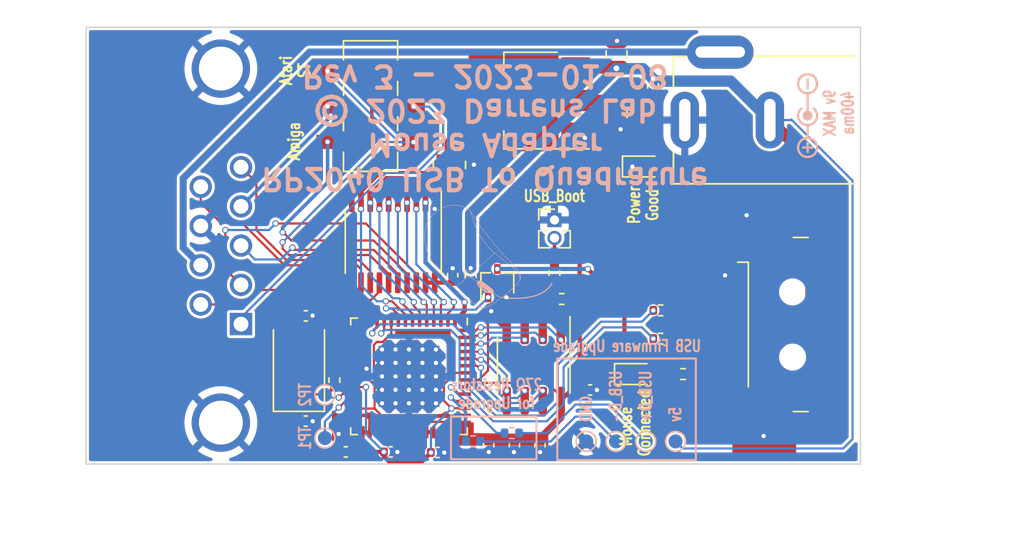
<source format=kicad_pcb>
(kicad_pcb (version 20211014) (generator pcbnew)
  (title_block (title "RP2040 USB to Quadrature Mouse Adaptor") (date "2023-01-08") (rev "3") (company "Darren's Lab"))
  (layers (0 "F.Cu" signal) (31 "B.Cu" signal) (34 "B.Paste" user) (35 "F.Paste" user) (36 "B.SilkS" user "B.Silkscreen") (37 "F.SilkS" user "F.Silkscreen") (38 "B.Mask" user) (39 "F.Mask" user) (44 "Edge.Cuts" user))
  (net 0 "")
  (net 1 "+5V")
  (net 2 "GND")
  (net 3 "+3V3")
  (net 4 "+1V1")
  (net 5 "Pin1")
  (net 6 "XA_5")
  (net 7 "YA_5")
  (net 8 "Pin4")
  (net 9 "MM")
  (net 10 "ML")
  (net 11 "DB9_5V")
  (net 12 "MR")
  (net 13 "Mouse_Connected")
  (net 14 "QSPI_SS")
  (net 15 "USB_D+")
  (net 16 "USB_D-")
  (net 17 "XB_5")
  (net 18 "YB_5")
  (net 19 "XA")
  (net 20 "XB")
  (net 21 "YA")
  (net 22 "YB")
  (net 25 "MR_5")
  (net 26 "MM_5")
  (net 27 "ML_5")
  (net 28 "QSPI_SD3")
  (net 29 "QSPI_CLK")
  (net 30 "QSPI_SD0")
  (net 31 "QSPI_SD2")
  (net 32 "QSPI_SD1")
  (net 33 "/USB_T_D+")
  (net 34 "/USB_T_D-")
  (net 35 "/~{USB_BOOT}")
  (net 36 "/XIN")
  (net 37 "/XOUT_LTD")
  (net 38 "/XOUT")
  (net 39 "/SWD")
  (net 40 "/SWCLK")
  (net 41 "/LSF0108_VREFB_EN")
  (net 42 "/P_LED_L")
  (net 43 "/M_LED")
  (net 44 "/M_LED_L")
  (net 45 "Net-(U2-Pad47)")
  (net 46 "Net-(R9-Pad2)")
  (net 47 "Net-(R10-Pad1)")
  (net 48 "Net-(U2-Pad46)")
  (footprint "Capacitor_SMD:C_0402_1005Metric" (layer "F.Cu") (at 102.77 82.96)
    (fp_text reference "C4")
    (fp_text value "100n")
  )
  (footprint "Package_TO_SOT_SMD:SOT-323_SC-70" (layer "F.Cu") (at 96.23 75.42 90)
    (fp_text reference "Q1")
    (fp_text value "Q_NPN_BEC")
  )
  (footprint "Capacitor_SMD:C_0402_1005Metric" (layer "F.Cu") (at 82.72 85.16 180)
    (fp_text reference "C6")
    (fp_text value "30p")
  )
  (footprint "Capacitor_SMD:C_0805_2012Metric" (layer "F.Cu") (at 104.64 63.47 -90)
    (fp_text reference "C2")
    (fp_text value "10u")
  )
  (footprint "Capacitor_SMD:C_0402_1005Metric" (layer "F.Cu") (at 88.71 87.33)
    (fp_text reference "C8")
    (fp_text value "100n")
  )
  (footprint "Resistor_SMD:R_0402_1005Metric" (layer "F.Cu") (at 107.74 77.34)
    (fp_text reference "R4")
    (fp_text value "22R")
  )
  (footprint "SmallyMouse QFN64-backups:ASSMANN_A-DF_09_A_KG-T2S" (layer "F.Cu") (at 76.7334 72.771 -90)
    (fp_text reference "J1")
    (fp_text value "DB9_Male")
  )
  (footprint "Button_Switch_SMD:SW_DPDT_CK_JS202011JCQN" (layer "F.Cu") (at 87.29 62.92 90)
    (fp_text reference "SW1")
    (fp_text value "SW_DPDT_x2")
  )
  (footprint "Resistor_SMD:R_0402_1005Metric" (layer "F.Cu") (at 94.35 74.87 -90)
    (fp_text reference "R2")
    (fp_text value "180K")
  )
  (footprint "Crystal:Crystal_SMD_5032-2Pin_5.0x3.2mm" (layer "F.Cu") (at 82.24 81.42 90)
    (fp_text reference "Y1")
    (fp_text value "12MHZ")
  )
  (footprint "Capacitor_SMD:C_0402_1005Metric" (layer "F.Cu") (at 82.72 77.73 180)
    (fp_text reference "C5")
    (fp_text value "30p")
  )
  (footprint "LED_SMD:LED_0603_1608Metric" (layer "F.Cu") (at 106.54 67.19)
    (fp_text reference "D1")
    (fp_text value "LED")
  )
  (footprint "Package_SO:SOIC-8-1EP_3.9x4.9mm_P1.27mm_EP2.29x3mm" (layer "F.Cu") (at 98.795 81.235 -90)
    (fp_text reference "U3")
    (fp_text value "AT25SF081B-SSHD-T")
  )
  (footprint "Capacitor_SMD:C_0402_1005Metric" (layer "F.Cu") (at 85.54 87.33 180)
    (fp_text reference "C7")
    (fp_text value "100n")
  )
  (footprint "Package_SO:TSSOP-20_4.4x6.5mm_P0.65mm" (layer "F.Cu") (at 88.89 72.53 -90)
    (fp_text reference "U1")
    (fp_text value "LSF0108PWR")
  )
  (footprint "Capacitor_SMD:C_0402_1005Metric" (layer "F.Cu") (at 95.625 86.86 -90)
    (fp_text reference "C10")
    (fp_text value "100n")
  )
  (footprint "Resistor_SMD:R_0402_1005Metric" (layer "F.Cu") (at 109.33 81.84 180)
    (fp_text reference "R7")
    (fp_text value "1K5")
  )
  (footprint "Resistor_SMD:R_0402_1005Metric" (layer "F.Cu") (at 107.74 79.34 180)
    (fp_text reference "R5")
    (fp_text value "22R")
  )
  (footprint "Package_TO_SOT_SMD:SOT-223-3_TabPin2" (layer "F.Cu") (at 98.6 62.53 180)
    (fp_text reference "U4")
    (fp_text value "AMS1117-3.3")
  )
  (footprint "Resistor_SMD:R_Array_Concave_4x0402" (layer "F.Cu") (at 92.85 67.08 90)
    (fp_text reference "RN1")
    (fp_text value "R_Pack04")
  )
  (footprint "Resistor_SMD:R_0402_1005Metric" (layer "F.Cu") (at 100.26 74.71 -90)
    (fp_text reference "R8")
    (fp_text value "1K5")
  )
  (footprint "Resistor_SMD:R_0402_1005Metric" (layer "F.Cu") (at 84.74 82.27 90)
    (fp_text reference "R3")
    (fp_text value "1K5")
  )
  (footprint "Capacitor_SMD:C_0402_1005Metric" (layer "F.Cu") (at 93.08 74.85 90)
    (fp_text reference "C3")
    (fp_text value "100n")
  )
  (footprint "Library:USB_A_China" (layer "F.Cu") (at 121.95 78.34)
    (fp_text reference "J3")
    (fp_text value "USB_A")
  )
  (footprint "Resistor_SMD:R_0402_1005Metric" (layer "F.Cu") (at 107.21 61.5 -90)
    (fp_text reference "R6")
    (fp_text value "1K5")
  )
  (footprint "Package_DFN_QFN:QFN-56-1EP_8x8mm_P0.5mm_EP4.3x4.3mm_ThermalVias" (layer "F.Cu") (at 90 82 -90)
    (fp_text reference "U2")
    (fp_text value "RP2040")
  )
  (footprint "Capacitor_SMD:C_0805_2012Metric" (layer "F.Cu") (at 104.64 59.28 90)
    (fp_text reference "C1")
    (fp_text value "10u")
  )
  (footprint "LED_SMD:LED_0603_1608Metric" (layer "F.Cu") (at 105.98 81.84)
    (fp_text reference "D2")
    (fp_text value "LED")
  )
  (footprint "Connector_PinHeader_1.27mm:PinHeader_1x02_P1.27mm_Vertical" (layer "F.Cu") (at 100.26 70.96)
    (fp_text reference "JP1")
    (fp_text value "USB_Boot")
  )
  (footprint "Capacitor_SMD:C_0402_1005Metric" (layer "F.Cu") (at 99.24 86.86 -90)
    (fp_text reference "C12")
    (fp_text value "100n")
  )
  (footprint "Library:NINIGI_DC-005" (layer "F.Cu") (at 111.95 63.91 180)
    (fp_text reference "J2")
    (fp_text value "Barrel_Jack_Switch")
  )
  (footprint "Resistor_SMD:R_0402_1005Metric" (layer "F.Cu") (at 100.77 76.54 180)
    (fp_text reference "R1")
    (fp_text value "10K")
  )
  (footprint "Capacitor_SMD:C_0402_1005Metric" (layer "F.Cu") (at 92.02 87.37)
    (fp_text reference "C9")
    (fp_text value "1u")
  )
  (footprint "Capacitor_SMD:C_0402_1005Metric" (layer "F.Cu") (at 97.4325 86.86 -90)
    (fp_text reference "C11")
    (fp_text value "1u")
  )
  (footprint "TestPoint:TestPoint_Pad_D1.0mm" (layer "B.Cu") (at 104.6 86.59)
    (fp_text reference "TP4")
    (fp_text value "USB_D-")
  )
  (footprint "Resistor_SMD:R_0402_1005Metric" (layer "B.Cu") (at 97.25 86)
    (fp_text reference "R9")
    (fp_text value "22R")
  )
  (footprint "TestPoint:TestPoint_Pad_D1.0mm" (layer "B.Cu") (at 84.07 83.304762 90)
    (fp_text reference "TP2")
    (fp_text value "SWCLK")
  )
  (footprint "TestPoint:TestPoint_Pad_D1.0mm" (layer "B.Cu") (at 106.7 86.59)
    (fp_text reference "TP3")
    (fp_text value "USB_D+")
  )
  (footprint "Resistor_SMD:R_0402_1005Metric" (layer "B.Cu") (at 94.52 86.58 180)
    (fp_text reference "R10")
    (fp_text value "22R")
  )
  (footprint "TestPoint:TestPoint_Pad_D1.0mm" (layer "B.Cu") (at 108.8 86.59)
    (fp_text reference "TP5")
    (fp_text value "5v")
  )
  (footprint "TestPoint:TestPoint_Pad_D1.0mm" (layer "B.Cu") (at 84.07 86.354762 90)
    (fp_text reference "TP1")
    (fp_text value "SWD")
  )
  (footprint "TestPoint:TestPoint_Pad_D1.0mm" (layer "B.Cu") (at 102.5 86.59)
    (fp_text reference "TP6")
    (fp_text value "GND")
  )
  (gr_line (start 95.02905 71.387223) (end 94.840296 71.121791) (layer "B.SilkS") (width 0.026458))
  (gr_poly (pts (xy 118.183235 65.92158) (xy 118.183235 66.22158) (xy 118.033235 66.22158) (xy 118.033235 65.92158)) (layer "B.SilkS") (width 0) (fill solid))
  (gr_line (start 94.177423 70.198798) (end 94.092355 70.146887) (layer "B.SilkS") (width 0.026458))
  (gr_line (start 92.798172 75.383008) (end 93.100903 75.655093) (layer "B.SilkS") (width 0.026458))
  (gr_line (start 94.878821 77.015069) (end 94.878821 77.015069) (layer "B.SilkS") (width 0.026458))
  (gr_line (start 95.586049 77.062433) (end 95.639068 77.039642) (layer "B.SilkS") (width 0.026458))
  (gr_line (start 97.45625 74.443612) (end 97.41691 74.404952) (layer "B.SilkS") (width 0.026458))
  (gr_line (start 94.37146 75.016666) (end 94.329937 74.983008) (layer "B.SilkS") (width 0.026458))
  (gr_line (start 97.665508 74.696167) (end 97.642111 74.662404) (layer "B.SilkS") (width 0.026458))
  (gr_line (start 93.697338 75.367928) (end 93.642047 75.414429) (layer "B.SilkS") (width 0.026458))
  (gr_line (start 93.346814 69.922687) (end 93.259168 69.918085) (layer "B.SilkS") (width 0.026458))
  (gr_line (start 94.508314 74.691507) (end 94.508314 74.691507) (layer "B.SilkS") (width 0.026458))
  (gr_line (start 95.933434 73.213346) (end 95.852061 73.136797) (layer "B.SilkS") (width 0.026458))
  (gr_line (start 91.117283 72.310465) (end 91.13899 72.524213) (layer "B.SilkS") (width 0.026458))
  (gr_line (start 93.936726 75.148233) (end 93.936726 75.148233) (layer "B.SilkS") (width 0.026458))
  (gr_line (start 93.829401 75.25131) (end 93.791067 75.286067) (layer "B.SilkS") (width 0.026458))
  (gr_line (start 93.168742 69.91776) (end 93.075659 69.92209) (layer "B.SilkS") (width 0.026458))
  (gr_line (start 92.574661 70.026874) (end 92.468204 70.067116) (layer "B.SilkS") (width 0.026458))
  (gr_line (start 91.259593 71.19371) (end 91.259593 71.19371) (layer "B.SilkS") (width 0.026458))
  (gr_line (start 97.835904 75.094504) (end 97.832822 75.074763) (layer "B.SilkS") (width 0.026458))
  (gr_line (start 94.47 74.67) (end 94.42683 74.64772) (layer "B.SilkS") (width 0.026458))
  (gr_line (start 92.384602 74.954765) (end 92.600589 75.187116) (layer "B.SilkS") (width 0.026458))
  (gr_line (start 95.243702 72.405297) (end 95.172584 72.299028) (layer "B.SilkS") (width 0.026458))
  (gr_line (start 97.330305 74.326239) (end 97.330305 74.326239) (layer "B.SilkS") (width 0.026458))
  (gr_line (start 95.485694 77.097713) (end 95.534923 77.081723) (layer "B.SilkS") (width 0.026458))
  (gr_line (start 94.997042 77.088037) (end 95.019452 77.097064) (layer "B.SilkS") (width 0.026458))
  (gr_line (start 97.493061 74.481736) (end 97.45625 74.443612) (layer "B.SilkS") (width 0.026458))
  (gr_line (start 97.736285 74.605495) (end 97.722862 74.583534) (layer "B.SilkS") (width 0.026458))
  (gr_line (start 96.096345 76.243778) (end 96.138314 76.272217) (layer "B.SilkS") (width 0.026458))
  (gr_line (start 91.501525 70.820418) (end 91.444279 70.896678) (layer "B.SilkS") (width 0.026458))
  (gr_line (start 99.084849 76.243366) (end 99.22339 76.186193) (layer "B.SilkS") (width 0.076729))
  (gr_line (start 94.878821 77.015069) (end 94.894501 77.028484) (layer "B.SilkS") (width 0.026458))
  (gr_line (start 96.05077 73.29691) (end 96.05077 73.29691) (layer "B.SilkS") (width 0.026458))
  (gr_line (start 93.075659 69.92209) (end 92.98004 69.931456) (layer "B.SilkS") (width 0.026458))
  (gr_line (start 92.159515 74.688535) (end 92.384602 74.954765) (layer "B.SilkS") (width 0.026458))
  (gr_line (start 96.05077 73.29691) (end 94.508314 74.691507) (layer "B.SilkS") (width 0.026458))
  (gr_line (start 93.642047 75.414429) (end 93.581207 75.464241) (layer "B.SilkS") (width 0.026458))
  (gr_line (start 96.380043 73.099714) (end 96.112616 72.780357) (layer "B.SilkS") (width 0.026458))
  (gr_line (start 95.194402 77.134182) (end 95.230285 77.135645) (layer "B.SilkS") (width 0.026458))
  (gr_line (start 93.581207 75.464241) (end 93.51487 75.517062) (layer "B.SilkS") (width 0.026458))
  (gr_line (start 91.319367 71.085719) (end 91.259593 71.19371) (layer "B.SilkS") (width 0.026458))
  (gr_line (start 118.033235 60.97108) (end 118.183735 60.97108) (layer "B.SilkS") (width 0.014111))
  (gr_line (start 97.858229 74.895474) (end 97.851172 74.865354) (layer "B.SilkS") (width 0.026458))
  (gr_line (start 95.852061 73.136797) (end 95.753591 73.037513) (layer "B.SilkS") (width 0.026458))
  (gr_line (start 94.433183 70.709253) (end 94.378797 70.525218) (layer "B.SilkS") (width 0.026458))
  (gr_poly (pts (xy 117.35918 61.307036) (xy 117.361989 61.268119) (xy 117.366619 61.229871) (xy 117.37303 61.192332) (xy 117.38118 61.155544) (xy 117.391029 61.119548) (xy 117.402535 61.084384) (xy 117.415657 61.050096) (xy 117.430353 61.016722) (xy 117.446583 60.984306) (xy 117.464306 60.952887) (xy 117.483479 60.922508) (xy 117.504062 60.893209) (xy 117.526015 60.865031) (xy 117.549294 60.838016) (xy 117.57386 60.812205) (xy 117.599671 60.787639) (xy 117.626686 60.76436) (xy 117.654864 60.742407) (xy 117.684163 60.721824) (xy 117.714542 60.702651) (xy 117.745961 60.684928) (xy 117.778377 60.668698) (xy 117.811751 60.654002) (xy 117.846039 60.64088) (xy 117.881203 60.629374) (xy 117.917199 60.619525) (xy 117.953987 60.611375) (xy 117.991526 60.604964) (xy 118.029774 60.600334) (xy 118.068691 60.597525) (xy 118.108235 60.59658) (xy 118.147779 60.597525) (xy 118.186696 60.600334) (xy 118.224944 60.604964) (xy 118.262483 60.611375) (xy 118.299271 60.619525) (xy 118.335267 60.629374) (xy 118.370431 60.64088) (xy 118.404719 60.654002) (xy 118.438093 60.668698) (xy 118.470509 60.684928) (xy 118.501928 60.702651) (xy 118.532307 60.721824) (xy 118.561606 60.742407) (xy 118.589784 60.76436) (xy 118.616799 60.787639) (xy 118.64261 60.812205) (xy 118.667176 60.838016) (xy 118.690455 60.865031) (xy 118.712408 60.893209) (xy 118.732991 60.922508) (xy 118.752164 60.952887) (xy 118.769887 60.984306) (xy 118.786117 61.016722) (xy 118.800813 61.050096) (xy 118.813935 61.084384) (xy 118.825441 61.119548) (xy 118.83529 61.155544) (xy 118.84344 61.192332) (xy 118.849851 61.229871) (xy 118.854481 61.268119) (xy 118.85729 61.307036) (xy 118.858235 61.34658) (xy 118.85729 61.386124) (xy 118.854481 61.425041) (xy 118.849851 61.463289) (xy 118.84344 61.500828) (xy 118.83529 61.537616) (xy 118.825441 61.573612) (xy 118.813935 61.608776) (xy 118.800813 61.643064) (xy 118.786117 61.676438) (xy 118.769887 61.708854) (xy 118.752164 61.740273) (xy 118.732991 61.770652) (xy 118.712408 61.799951) (xy 118.690455 61.828129) (xy 118.667176 61.855144) (xy 118.64261 61.880955) (xy 118.616799 61.905521) (xy 118.589784 61.9288) (xy 118.561606 61.950753) (xy 118.532307 61.971336) (xy 118.501928 61.990509) (xy 118.470509 62.008232) (xy 118.438093 62.024462) (xy 118.404719 62.039158) (xy 118.370431 62.05228) (xy 118.335267 62.063786) (xy 118.299271 62.073635) (xy 118.262483 62.081785) (xy 118.224944 62.088196) (xy 118.186696 62.092826) (xy 118.183235 62.093076) (xy 118.183235 62.07158) (xy 118.107735 62.07158) (xy 118.107735 61.93208) (xy 118.138579 61.931343) (xy 118.168934 61.929152) (xy 118.198768 61.92554) (xy 118.228048 61.92054) (xy 118.256743 61.914183) (xy 118.28482 61.9065) (xy 118.312248 61.897526) (xy 118.338993 61.887291) (xy 118.365024 61.875828) (xy 118.390309 61.863168) (xy 118.414815 61.849345) (xy 118.438511 61.83439) (xy 118.461365 61.818335) (xy 118.483343 61.801212) (xy 118.504415 61.783054) (xy 118.524547 61.763892) (xy 118.543709 61.74376) (xy 118.561867 61.722688) (xy 118.57899 61.70071) (xy 118.595045 61.677856) (xy 118.61 61.65416) (xy 118.623823 61.629654) (xy 118.636483 61.604369) (xy 118.647946 61.578338) (xy 118.658181 61.551593) (xy 118.667155 61.524165) (xy 118.674838 61.496088) (xy 118.681195 61.467394) (xy 118.686195 61.438113) (xy 118.689807 61.408279) (xy 118.691998 61.377924) (xy 118.692735 61.34708) (xy 118.691998 61.316236) (xy 118.689807 61.285881) (xy 118.686195 61.256047) (xy 118.681195 61.226767) (xy 118.674838 61.198072) (xy 118.667155 61.169995) (xy 118.658181 61.142568) (xy 118.647946 61.115822) (xy 118.636483 61.089791) (xy 118.623823 61.064506) (xy 118.61 61.04) (xy 118.595045 61.016304) (xy 118.57899 60.993451) (xy 118.561867 60.971472) (xy 118.543709 60.9504) (xy 118.524547 60.930268) (xy 118.504415 60.911106) (xy 118.483343 60.892948) (xy 118.461365 60.875826) (xy 118.438511 60.859771) (xy 118.414815 60.844815) (xy 118.390309 60.830992) (xy 118.365024 60.818333) (xy 118.338993 60.806869) (xy 118.312248 60.796634) (xy 118.28482 60.78766) (xy 118.256743 60.779978) (xy 118.228048 60.77362) (xy 118.198768 60.76862) (xy 118.168934 60.765008) (xy 118.138579 60.762818) (xy 118.107735 60.76208) (xy 118.076891 60.762818) (xy 118.046536 60.765008) (xy 118.016702 60.76862) (xy 117.987422 60.77362) (xy 117.958727 60.779978) (xy 117.93065 60.78766) (xy 117.903222 60.796634) (xy 117.876477 60.806869) (xy 117.850446 60.818333) (xy 117.825161 60.830992) (xy 117.800655 60.844815) (xy 117.776959 60.859771) (xy 117.754105 60.875826) (xy 117.732127 60.892948) (xy 117.711055 60.911106) (xy 117.690922 60.930268) (xy 117.671761 60.9504) (xy 117.653603 60.971472) (xy 117.63648 60.993451) (xy 117.620425 61.016304) (xy 117.60547 61.04) (xy 117.591647 61.064506) (xy 117.578987 61.089791) (xy 117.567524 61.115822) (xy 117.557289 61.142568) (xy 117.548314 61.169995) (xy 117.540632 61.198072) (xy 117.534275 61.226767) (xy 117.529274 61.256047) (xy 117.525663 61.285881) (xy 117.523472 61.316236) (xy 117.522735 61.34708) (xy 117.523472 61.377924) (xy 117.525663 61.408279) (xy 117.529274 61.438113) (xy 117.534275 61.467394) (xy 117.540632 61.496088) (xy 117.548314 61.524165) (xy 117.557289 61.551593) (xy 117.567524 61.578338) (xy 117.578987 61.604369) (xy 117.591647 61.629654) (xy 117.60547 61.65416) (xy 117.620425 61.677856) (xy 117.63648 61.70071) (xy 117.653603 61.722688) (xy 117.671761 61.74376) (xy 117.690922 61.763892) (xy 117.711055 61.783054) (xy 117.732127 61.801212) (xy 117.754105 61.818335) (xy 117.776959 61.83439) (xy 117.800655 61.849345) (xy 117.825161 61.863168) (xy 117.850446 61.875828) (xy 117.876477 61.887291) (xy 117.903222 61.897526) (xy 117.93065 61.9065) (xy 117.958727 61.914183) (xy 117.987422 61.92054) (xy 118.016702 61.92554) (xy 118.046536 61.929152) (xy 118.076891 61.931343) (xy 118.107735 61.93208) (xy 118.107735 62.07158) (xy 118.033235 62.07158) (xy 118.033235 62.093076) (xy 118.029774 62.092826) (xy 117.991526 62.088196) (xy 117.953987 62.081785) (xy 117.917199 62.073635) (xy 117.881203 62.063786) (xy 117.846039 62.05228) (xy 117.811751 62.039158) (xy 117.778377 62.024462) (xy 117.745961 62.008232) (xy 117.714542 61.990509) (xy 117.684163 61.971336) (xy 117.654864 61.950753) (xy 117.626686 61.9288) (xy 117.599671 61.905521) (xy 117.57386 61.880955) (xy 117.549294 61.855144) (xy 117.526015 61.828129) (xy 117.504062 61.799951) (xy 117.483479 61.770652) (xy 117.464306 61.740273) (xy 117.446583 61.708854) (xy 117.430353 61.676438) (xy 117.415657 61.643064) (xy 117.402535 61.608776) (xy 117.391029 61.573612) (xy 117.38118 61.537616) (xy 117.37303 61.500828) (xy 117.366619 61.463289) (xy 117.361989 61.425041) (xy 117.35918 61.386124) (xy 117.358235 61.34658)) (layer "B.SilkS") (width 0) (fill solid))
  (gr_line (start 96.338219 76.376857) (end 96.365869 76.387062) (layer "B.SilkS") (width 0.026458))
  (gr_line (start 97.108359 73.850051) (end 96.955542 73.695378) (layer "B.SilkS") (width 0.026458))
  (gr_line (start 94.657557 70.854533) (end 94.483963 70.588324) (layer "B.SilkS") (width 0.026458))
  (gr_line (start 93.807435 70.018821) (end 93.739045 69.99654) (layer "B.SilkS") (width 0.026458))
  (gr_line (start 93.739045 69.99654) (end 93.66714 69.976256) (layer "B.SilkS") (width 0.026458))
  (gr_line (start 97.330305 74.326239) (end 97.2994 74.299905) (layer "B.SilkS") (width 0.026458))
  (gr_line (start 118.033235 63.37158) (end 118.033235 62.07108) (layer "B.SilkS") (width 0.014111))
  (gr_line (start 94.092355 70.146887) (end 94.043383 70.120318) (layer "B.SilkS") (width 0.026458))
  (gr_line (start 97.357221 74.118842) (end 97.272995 74.025186) (layer "B.SilkS") (width 0.026458))
  (gr_line (start 97.331196 75.771209) (end 97.456079 75.648252) (layer "B.SilkS") (width 0.026458))
  (gr_line (start 118.033235 65.14658) (end 118.033235 64.29608) (layer "B.SilkS") (width 0.014111))
  (gr_line (start 93.513273 69.943198) (end 93.431556 69.931184) (layer "B.SilkS") (width 0.026458))
  (gr_line (start 94.449058 75.076998) (end 94.411166 75.047968) (layer "B.SilkS") (width 0.026458))
  (gr_line (start 95.639068 77.039642) (end 95.693978 77.013146) (layer "B.SilkS") (width 0.026458))
  (gr_line (start 94.490853 70.886543) (end 94.433183 70.709253) (layer "B.SilkS") (width 0.026458))
  (gr_line (start 98.942419 76.293331) (end 99.084849 76.243366) (layer "B.SilkS") (width 0.076729))
  (gr_line (start 94.551463 71.057134) (end 94.490853 70.886543) (layer "B.SilkS") (width 0.026458))
  (gr_line (start 91.193808 71.422388) (end 91.147848 71.648726) (layer "B.SilkS") (width 0.026458))
  (gr_line (start 97.740514 74.82151) (end 97.724382 74.79174) (layer "B.SilkS") (width 0.026458))
  (gr_line (start 95.99496 73.267545) (end 95.933434 73.213346) (layer "B.SilkS") (width 0.026458))
  (gr_line (start 95.12839 77.126401) (end 95.160436 77.131034) (layer "B.SilkS") (width 0.026458))
  (gr_line (start 97.866891 74.950684) (end 97.863417 74.92391) (layer "B.SilkS") (width 0.026458))
  (gr_line (start 118.483735 65.77108) (end 118.483735 65.77108) (layer "B.SilkS") (width 0.014111))
  (gr_line (start 97.20977 74.228639) (end 96.898048 73.982703) (layer "B.SilkS") (width 0.026458))
  (gr_line (start 96.058491 76.216222) (end 96.096345 76.243778) (layer "B.SilkS") (width 0.026458))
  (gr_line (start 93.862327 74.783611) (end 93.865011 74.840685) (layer "B.SilkS") (width 0.026458))
  (gr_line (start 97.8188 75.014284) (end 97.806516 74.974416) (layer "B.SilkS") (width 0.026458))
  (gr_line (start 91.810322 70.485816) (end 91.721017 70.571151) (layer "B.SilkS") (width 0.026458))
  (gr_line (start 118.183735 66.22158) (end 118.183735 66.22158) (layer "B.SilkS") (width 0.014111))
  (gr_line (start 99.22339 76.186193) (end 99.357171 76.121389) (layer "B.SilkS") (width 0.076729))
  (gr_line (start 91.147848 71.648726) (end 91.120549 71.872399) (layer "B.SilkS") (width 0.026458))
  (gr_line (start 92.187748 70.205379) (end 92.127586 70.24233) (layer "B.SilkS") (width 0.026458))
  (gr_line (start 96.284352 76.353857) (end 96.311028 76.365751) (layer "B.SilkS") (width 0.026458))
  (gr_line (start 94.816436 71.673489) (end 94.7475 71.529205) (layer "B.SilkS") (width 0.026458))
  (gr_line (start 96.13764 76.725747) (end 96.436065 76.509863) (layer "B.SilkS") (width 0.026458))
  (gr_line (start 98.054874 76.46555) (end 98.351202 76.429615) (layer "B.SilkS") (width 0.076729))
  (gr_line (start 97.605413 74.416549) (end 97.524439 74.315158) (layer "B.SilkS") (width 0.026458))
  (gr_line (start 96.025208 76.190445) (end 96.058491 76.216222) (layer "B.SilkS") (width 0.026458))
  (gr_line (start 93.920708 74.597932) (end 93.90077 74.623054) (layer "B.SilkS") (width 0.026458))
  (gr_line (start 96.705267 76.444184) (end 97.02715 76.473809) (layer "B.SilkS") (width 0.076729))
  (gr_line (start 96.39392 76.396254) (end 96.422316 76.404322) (layer "B.SilkS") (width 0.026458))
  (gr_line (start 95.809462 76.948237) (end 95.839511 76.929379) (layer "B.SilkS") (width 0.026458))
  (gr_line (start 93.970219 74.563024) (end 93.943988 74.57805) (layer "B.SilkS") (width 0.026458))
  (gr_line (start 95.307791 77.132704) (end 95.349409 77.127898) (layer "B.SilkS") (width 0.026458))
  (gr_line (start 94.697048 76.919852) (end 94.797097 76.977377) (layer "B.SilkS") (width 0.026458))
  (gr_line (start 93.51487 75.517062) (end 93.443087 75.57259) (layer "B.SilkS") (width 0.026458))
  (gr_line (start 94.327094 70.327733) (end 94.320794 70.317376) (layer "B.SilkS") (width 0.026458))
  (gr_line (start 118.033235 62.07108) (end 118.033235 62.07108) (layer "B.SilkS") (width 0.014111))
  (gr_line (start 95.043794 77.105616) (end 95.070066 77.11349) (layer "B.SilkS") (width 0.026458))
  (gr_line (start 93.887885 74.977842) (end 93.908863 75.058691) (layer "B.SilkS") (width 0.026458))
  (gr_line (start 91.434396 73.527193) (end 91.522709 73.712379) (layer "B.SilkS") (width 0.026458))
  (gr_line (start 118.183735 65.47108) (end 118.183735 65.47108) (layer "B.SilkS") (width 0.014111))
  (gr_line (start 97.77961 74.903799) (end 97.768045 74.877594) (layer "B.SilkS") (width 0.026458))
  (gr_line (start 93.908863 75.058691) (end 93.936726 75.148233) (layer "B.SilkS") (width 0.026458))
  (gr_line (start 94.886594 71.811316) (end 94.816436 71.673489) (layer "B.SilkS") (width 0.026458))
  (gr_line (start 95.87003 76.909419) (end 95.87003 76.909419) (layer "B.SilkS") (width 0.026458))
  (gr_line (start 97.2994 74.299905) (end 97.20977 74.228639) (layer "B.SilkS") (width 0.026458))
  (gr_line (start 94.581929 76.845564) (end 94.697048 76.919852) (layer "B.SilkS") (width 0.026458))
  (gr_line (start 97.767346 76.484542) (end 98.054874 76.46555) (layer "B.SilkS") (width 0.076729))
  (gr_line (start 94.378797 70.525218) (end 94.328039 70.334389) (layer "B.SilkS") (width 0.026458))
  (gr_line (start 97.41691 74.404952) (end 97.374956 74.365809) (layer "B.SilkS") (width 0.026458))
  (gr_line (start 94.83393 75.306874) (end 94.820171 75.302251) (layer "B.SilkS") (width 0.026458))
  (gr_line (start 94.328039 70.334389) (end 94.327094 70.327733) (layer "B.SilkS") (width 0.026458))
  (gr_line (start 94.840453 76.998895) (end 94.878821 77.015069) (layer "B.SilkS") (width 0.026458))
  (gr_line (start 97.272995 74.025186) (end 97.108359 73.850051) (layer "B.SilkS") (width 0.026458))
  (gr_line (start 94.957632 71.942735) (end 94.886594 71.811316) (layer "B.SilkS") (width 0.026458))
  (gr_poly (pts (xy 117.35918 65.807036) (xy 117.361989 65.76812) (xy 117.366619 65.729871) (xy 117.37303 65.692332) (xy 117.38118 65.655544) (xy 117.391029 65.619548) (xy 117.402535 65.584385) (xy 117.415657 65.550096) (xy 117.430353 65.516723) (xy 117.446583 65.484306) (xy 117.464306 65.452887) (xy 117.483479 65.422508) (xy 117.504062 65.393209) (xy 117.526015 65.365031) (xy 117.549294 65.338016) (xy 117.57386 65.312205) (xy 117.599671 65.287639) (xy 117.626686 65.26436) (xy 117.654864 65.242408) (xy 117.684163 65.221824) (xy 117.714542 65.202651) (xy 117.745961 65.184929) (xy 117.778377 65.168699) (xy 117.811751 65.154002) (xy 117.846039 65.14088) (xy 117.881203 65.129374) (xy 117.917199 65.119526) (xy 117.953987 65.111375) (xy 117.991526 65.104964) (xy 118.029774 65.100334) (xy 118.033235 65.100084) (xy 118.033235 65.08658) (xy 118.183235 65.08658) (xy 118.183235 65.100084) (xy 118.186696 65.100334) (xy 118.224944 65.104964) (xy 118.262483 65.111375) (xy 118.299271 65.119526) (xy 118.335267 65.129374) (xy 118.370431 65.14088) (xy 118.404719 65.154002) (xy 118.438093 65.168699) (xy 118.470509 65.184929) (xy 118.501928 65.202651) (xy 118.532307 65.221824) (xy 118.561606 65.242408) (xy 118.589784 65.26436) (xy 118.616799 65.287639) (xy 118.64261 65.312205) (xy 118.667176 65.338016) (xy 118.690455 65.365031) (xy 118.712408 65.393209) (xy 118.732991 65.422508) (xy 118.752164 65.452887) (xy 118.769887 65.484306) (xy 118.786117 65.516723) (xy 118.800813 65.550096) (xy 118.813935 65.584385) (xy 118.825441 65.619548) (xy 118.83529 65.655544) (xy 118.84344 65.692332) (xy 118.849851 65.729871) (xy 118.854481 65.76812) (xy 118.85729 65.807036) (xy 118.858235 65.84658) (xy 118.85729 65.886124) (xy 118.854481 65.925041) (xy 118.849851 65.963289) (xy 118.84344 66.000828) (xy 118.83529 66.037616) (xy 118.825441 66.073613) (xy 118.813935 66.108776) (xy 118.800813 66.143065) (xy 118.786117 66.176438) (xy 118.769887 66.208854) (xy 118.752164 66.240273) (xy 118.732991 66.270652) (xy 118.712408 66.299952) (xy 118.690455 66.328129) (xy 118.667176 66.355144) (xy 118.64261 66.380955) (xy 118.616799 66.405521) (xy 118.589784 66.428801) (xy 118.561606 66.450753) (xy 118.532307 66.471336) (xy 118.501928 66.490509) (xy 118.470509 66.508232) (xy 118.438093 66.524462) (xy 118.404719 66.539158) (xy 118.370431 66.55228) (xy 118.335267 66.563786) (xy 118.299271 66.573635) (xy 118.262483 66.581785) (xy 118.224944 66.588196) (xy 118.186696 66.592827) (xy 118.147779 66.595635) (xy 118.108235 66.59658) (xy 118.107735 66.596568) (xy 118.107735 66.43208) (xy 118.138579 66.431343) (xy 118.168934 66.429152) (xy 118.198768 66.425541) (xy 118.228048 66.42054) (xy 118.256743 66.414183) (xy 118.28482 66.406501) (xy 118.312248 66.397526) (xy 118.338993 66.387291) (xy 118.365024 66.375828) (xy 118.390309 66.363168) (xy 118.414815 66.349345) (xy 118.438511 66.33439) (xy 118.461365 66.318335) (xy 118.483343 66.301212) (xy 118.504415 66.283054) (xy 118.524547 66.263893) (xy 118.543709 66.24376) (xy 118.561867 66.222688) (xy 118.57899 66.20071) (xy 118.595045 66.177857) (xy 118.61 66.154161) (xy 118.623823 66.129654) (xy 118.636483 66.104369) (xy 118.647946 66.078338) (xy 118.658181 66.051593) (xy 118.667155 66.024166) (xy 118.674838 65.996088) (xy 118.681195 65.967394) (xy 118.686195 65.938113) (xy 118.689807 65.90828) (xy 118.691998 65.877924) (xy 118.692735 65.84708) (xy 118.691998 65.816236) (xy 118.689807 65.785881) (xy 118.686195 65.756047) (xy 118.681195 65.726767) (xy 118.674838 65.698072) (xy 118.667155 65.669995) (xy 118.658181 65.642568) (xy 118.647946 65.615822) (xy 118.636483 65.589791) (xy 118.623823 65.564506) (xy 118.61 65.54) (xy 118.595045 65.516304) (xy 118.57899 65.493451) (xy 118.561867 65.471472) (xy 118.543709 65.4504) (xy 118.524547 65.430268) (xy 118.504415 65.411106) (xy 118.483343 65.392948) (xy 118.461365 65.375826) (xy 118.438511 65.359771) (xy 118.414815 65.344815) (xy 118.390309 65.330992) (xy 118.365024 65.318333) (xy 118.338993 65.306869) (xy 118.312248 65.296634) (xy 118.28482 65.28766) (xy 118.256743 65.279978) (xy 118.228048 65.27362) (xy 118.198768 65.26862) (xy 118.168934 65.265008) (xy 118.138579 65.262818) (xy 118.107735 65.26208) (xy 118.076891 65.262818) (xy 118.046536 65.265008) (xy 118.016702 65.26862) (xy 117.987422 65.27362) (xy 117.958727 65.279978) (xy 117.93065 65.28766) (xy 117.903222 65.296634) (xy 117.876477 65.306869) (xy 117.850446 65.318333) (xy 117.825161 65.330992) (xy 117.800655 65.344815) (xy 117.776959 65.359771) (xy 117.754105 65.375826) (xy 117.732127 65.392948) (xy 117.711055 65.411106) (xy 117.690922 65.430268) (xy 117.671761 65.4504) (xy 117.653603 65.471472) (xy 117.63648 65.493451) (xy 117.620425 65.516304) (xy 117.60547 65.54) (xy 117.591647 65.564506) (xy 117.578987 65.589791) (xy 117.567524 65.615822) (xy 117.557289 65.642568) (xy 117.548314 65.669995) (xy 117.540632 65.698072) (xy 117.534275 65.726767) (xy 117.529274 65.756047) (xy 117.525663 65.785881) (xy 117.523472 65.816236) (xy 117.522735 65.84708) (xy 117.523472 65.877924) (xy 117.525663 65.90828) (xy 117.529274 65.938113) (xy 117.534275 65.967394) (xy 117.540632 65.996088) (xy 117.548314 66.024166) (xy 117.557289 66.051593) (xy 117.567524 66.078338) (xy 117.578987 66.104369) (xy 117.591647 66.129654) (xy 117.60547 66.154161) (xy 117.620425 66.177857) (xy 117.63648 66.20071) (xy 117.653603 66.222688) (xy 117.671761 66.24376) (xy 117.690922 66.263893) (xy 117.711055 66.283054) (xy 117.732127 66.301212) (xy 117.754105 66.318335) (xy 117.776959 66.33439) (xy 117.800655 66.349345) (xy 117.825161 66.363168) (xy 117.850446 66.375828) (xy 117.876477 66.387291) (xy 117.903222 66.397526) (xy 117.93065 66.406501) (xy 117.958727 66.414183) (xy 117.987422 66.42054) (xy 118.016702 66.425541) (xy 118.046536 66.429152) (xy 118.076891 66.431343) (xy 118.107735 66.43208) (xy 118.107735 66.596568) (xy 118.068691 66.595635) (xy 118.029774 66.592827) (xy 117.991526 66.588196) (xy 117.953987 66.581785) (xy 117.917199 66.573635) (xy 117.881203 66.563786) (xy 117.846039 66.55228) (xy 117.811751 66.539158) (xy 117.778377 66.524462) (xy 117.745961 66.508232) (xy 117.714542 66.490509) (xy 117.684163 66.471336) (xy 117.654864 66.450753) (xy 117.626686 66.428801) (xy 117.599671 66.405521) (xy 117.57386 66.380955) (xy 117.549294 66.355144) (xy 117.526015 66.328129) (xy 117.504062 66.299952) (xy 117.483479 66.270652) (xy 117.464306 66.240273) (xy 117.446583 66.208854) (xy 117.430353 66.176438) (xy 117.415657 66.143065) (xy 117.402535 66.108776) (xy 117.391029 66.073613) (xy 117.38118 66.037616) (xy 117.37303 66.000828) (xy 117.366619 65.963289) (xy 117.361989 65.925041) (xy 117.35918 65.886124) (xy 117.358235 65.84658)) (layer "B.SilkS") (width 0) (fill solid))
  (gr_line (start 97.642111 74.662404) (end 97.616689 74.627778) (layer "B.SilkS") (width 0.026458))
  (gr_line (start 93.66714 69.976256) (end 93.591842 69.958349) (layer "B.SilkS") (width 0.026458))
  (gr_line (start 97.605413 74.416549) (end 97.605413 74.416549) (layer "B.SilkS") (width 0.026458))
  (gr_line (start 97.55943 74.556156) (end 97.527426 74.519268) (layer "B.SilkS") (width 0.026458))
  (gr_rect (start 100.46 80.74) (end 110.23 87.91) (layer "B.SilkS") (width 0.15) (fill none))
  (gr_line (start 97.616689 74.627778) (end 97.589156 74.592344) (layer "B.SilkS") (width 0.026458))
  (gr_line (start 96.436065 76.509863) (end 96.7468 76.271994) (layer "B.SilkS") (width 0.026458))
  (gr_line (start 93.943988 74.57805) (end 93.920708 74.597932) (layer "B.SilkS") (width 0.026458))
  (gr_line (start 97.868602 75.021252) (end 97.869328 74.999333) (layer "B.SilkS") (width 0.026458))
  (gr_line (start 95.230285 77.135645) (end 95.268082 77.135219) (layer "B.SilkS") (width 0.026458))
  (gr_line (start 93.933176 70.067855) (end 93.872186 70.042719) (layer "B.SilkS") (width 0.026458))
  (gr_line (start 118.033235 66.22158) (end 118.033235 65.47108) (layer "B.SilkS") (width 0.014111))
  (gr_line (start 93.865011 74.840685) (end 93.873399 74.905301) (layer "B.SilkS") (width 0.026458))
  (gr_line (start 93.627658 76.114297) (end 93.894252 76.330232) (layer "B.SilkS") (width 0.026458))
  (gr_line (start 95.412082 71.901099) (end 95.220688 71.647951) (layer "B.SilkS") (width 0.026458))
  (gr_line (start 94.614669 71.221076) (end 94.551463 71.057134) (layer "B.SilkS") (width 0.026458))
  (gr_line (start 94.797097 76.977377) (end 94.840453 76.998895) (layer "B.SilkS") (width 0.026458))
  (gr_line (start 94.329937 74.983008) (end 94.286591 74.946914) (layer "B.SilkS") (width 0.026458))
  (gr_line (start 97.495577 76.489985) (end 97.767346 76.484542) (layer "B.SilkS") (width 0.076729))
  (gr_line (start 93.431556 69.931184) (end 93.346814 69.922687) (layer "B.SilkS") (width 0.026458))
  (gr_line (start 95.957354 76.132756) (end 95.996954 76.167344) (layer "B.SilkS") (width 0.026458))
  (gr_line (start 97.524439 74.315158) (end 97.441372 74.215711) (layer "B.SilkS") (width 0.026458))
  (gr_line (start 97.70864 74.561105) (end 97.693598 74.538205) (layer "B.SilkS") (width 0.026458))
  (gr_line (start 95.098265 77.120486) (end 95.12839 77.126401) (layer "B.SilkS") (width 0.026458))
  (gr_poly (pts (xy 117.360735 63.54608) (xy 117.364235 63.50908) (xy 117.369735 63.47208) (xy 117.376735 63.43558) (xy 117.385235 63.39958) (xy 117.396235 63.36408) (xy 117.409235 63.32908) (xy 117.423235 63.29458) (xy 117.438735 63.26058) (xy 117.456235 63.22808) (xy 117.475235 63.19608) (xy 117.496235 63.16508) (xy 117.518235 63.13508) (xy 117.541735 63.10658) (xy 117.566735 63.07908) (xy 117.593235 63.05258) (xy 117.620735 63.02758) (xy 117.649235 63.00408) (xy 117.679235 62.98208) (xy 117.772735 63.11608) (xy 117.749235 63.13258) (xy 117.726735 63.15108) (xy 117.705235 63.17058) (xy 117.684235 63.19108) (xy 117.664735 63.21308) (xy 117.646235 63.23558) (xy 117.629235 63.25908) (xy 117.612735 63.28308) (xy 117.597735 63.30808) (xy 117.584235 63.33408) (xy 117.571235 63.36008) (xy 117.560235 63.38708) (xy 117.550735 63.41458) (xy 117.542235 63.44258) (xy 117.535235 63.47108) (xy 117.529735 63.49958) (xy 117.525735 63.52858) (xy 117.523235 63.55758) (xy 117.521735 63.58658) (xy 117.522235 63.61558) (xy 117.523735 63.64508) (xy 117.526735 63.67408) (xy 117.531235 63.70258) (xy 117.537235 63.73108) (xy 117.544735 63.75958) (xy 117.553735 63.78708) (xy 117.563735 63.81458) (xy 117.574735 63.84108) (xy 117.587235 63.86758) (xy 117.601735 63.89308) (xy 117.616735 63.91808) (xy 117.633235 63.94208) (xy 117.651235 63.96508) (xy 117.669735 63.98708) (xy 117.689735 64.00858) (xy 117.710735 64.02858) (xy 117.732735 64.04808) (xy 117.755735 64.06658) (xy 117.779235 64.08358) (xy 117.803735 64.09908) (xy 117.829235 64.11358) (xy 117.855235 64.12708) (xy 117.881735 64.13908) (xy 117.908735 64.14958) (xy 117.936735 64.15858) (xy 117.964735 64.16658) (xy 117.993235 64.17308) (xy 118.021735 64.17808) (xy 118.050735 64.18158) (xy 118.079735 64.18408) (xy 118.108735 64.18458) (xy 118.138235 64.18408) (xy 118.167235 64.18158) (xy 118.196235 64.17808) (xy 118.224735 64.17308) (xy 118.253235 64.16658) (xy 118.281235 64.15858) (xy 118.308735 64.14958) (xy 118.336235 64.13858) (xy 118.362735 64.12708) (xy 118.388735 64.11358) (xy 118.413735 64.09908) (xy 118.438235 64.08358) (xy 118.462235 64.06658) (xy 118.484735 64.04858) (xy 118.506735 64.02958) (xy 118.527735 64.00908) (xy 118.547735 63.98808) (xy 118.566735 63.96558) (xy 118.584235 63.94258) (xy 118.600735 63.91858) (xy 118.616235 63.89358) (xy 118.630235 63.86808) (xy 118.642735 63.84208) (xy 118.654735 63.81508) (xy 118.665235 63.78808) (xy 118.673735 63.76008) (xy 118.681235 63.73208) (xy 118.687235 63.70358) (xy 118.691735 63.67458) (xy 118.694735 63.64558) (xy 118.696235 63.61658) (xy 118.696735 63.58708) (xy 118.695235 63.55808) (xy 118.692735 63.52908) (xy 118.688735 63.50008) (xy 118.683235 63.47158) (xy 118.676235 63.44358) (xy 118.667735 63.41558) (xy 118.658235 63.38808) (xy 118.646735 63.36108) (xy 118.635235 63.33458) (xy 118.621235 63.30908) (xy 118.606235 63.28358) (xy 118.590235 63.25958) (xy 118.572735 63.23608) (xy 118.554235 63.21358) (xy 118.534735 63.19208) (xy 118.514235 63.17158) (xy 118.492735 63.15208) (xy 118.469735 63.13358) (xy 118.446735 63.11558) (xy 118.539235 62.98308) (xy 118.569235 63.00558) (xy 118.598235 63.02908) (xy 118.625735 63.05408) (xy 118.652235 63.08008) (xy 118.676735 63.10758) (xy 118.700735 63.13658) (xy 118.722735 63.16658) (xy 118.743235 63.19758) (xy 118.762235 63.22908) (xy 118.779735 63.26208) (xy 118.795735 63.29558) (xy 118.809735 63.33008) (xy 118.821735 63.36508) (xy 118.832235 63.40108) (xy 118.840735 63.43708) (xy 118.847735 63.47358) (xy 118.853235 63.51058) (xy 118.856735 63.54758) (xy 118.858235 63.58458) (xy 118.857735 63.62158) (xy 118.855735 63.65908) (xy 118.851735 63.69558) (xy 118.845735 63.73258) (xy 118.838235 63.76908) (xy 118.828735 63.80508) (xy 118.817235 63.84058) (xy 118.804235 63.87508) (xy 118.789735 63.90958) (xy 118.773235 63.94258) (xy 118.755235 63.97558) (xy 118.735735 64.00708) (xy 118.714735 64.03758) (xy 118.692235 64.06708) (xy 118.667735 64.09558) (xy 118.642735 64.12258) (xy 118.615735 64.14858) (xy 118.587735 64.17308) (xy 118.558735 64.19608) (xy 118.528235 64.21758) (xy 118.497235 64.23758) (xy 118.464735 64.25558) (xy 118.431735 64.27258) (xy 118.397735 64.28808) (xy 118.363235 64.30158) (xy 118.327235 64.31308) (xy 118.291735 64.32308) (xy 118.255235 64.33158) (xy 118.218735 64.33758) (xy 118.183235 64.342378) (xy 118.183235 65.100084) (xy 118.147779 65.097526) (xy 118.108235 65.09658) (xy 118.107735 65.096592) (xy 118.107735 64.34608) (xy 118.144735 64.34508) (xy 118.181735 64.34258) (xy 118.183235 64.342378) (xy 118.183235 64.35658) (xy 118.033235 64.35658) (xy 118.033235 64.34258) (xy 118.070235 64.34508) (xy 118.107735 64.34608) (xy 118.107735 65.096592) (xy 118.068691 65.097526) (xy 118.033235 65.100084) (xy 118.033235 64.34258) (xy 117.996235 64.33758) (xy 117.959735 64.33108) (xy 117.923735 64.32308) (xy 117.887735 64.31308) (xy 117.852735 64.30108) (xy 117.818235 64.28758) (xy 117.784235 64.27258) (xy 117.751235 64.25558) (xy 117.719235 64.23658) (xy 117.687735 64.21658) (xy 117.657235 64.19508) (xy 117.628235 64.17158) (xy 117.600235 64.14708) (xy 117.573735 64.12158) (xy 117.548235 64.09408) (xy 117.524235 64.06608) (xy 117.501735 64.03608) (xy 117.480735 64.00558) (xy 117.461235 63.97408) (xy 117.443235 63.94158) (xy 117.426735 63.90808) (xy 117.412235 63.87408) (xy 117.399235 63.83908) (xy 117.388735 63.80358) (xy 117.379235 63.76758) (xy 117.371735 63.73108) (xy 117.365735 63.69458) (xy 117.361735 63.65758) (xy 117.359735 63.62008) (xy 117.359235 63.58308)) (layer "B.SilkS") (width 0) (fill solid))
  (gr_line (start 97.837563 75.110819) (end 97.837563 75.110819) (layer "B.SilkS") (width 0.026458))
  (gr_line (start 97.832822 75.074763) (end 97.827345 75.047878) (layer "B.SilkS") (width 0.026458))
  (gr_line (start 97.624845 74.441844) (end 97.605413 74.416549) (layer "B.SilkS") (width 0.026458))
  (gr_line (start 92.127586 70.24233) (end 92.069519 70.280604) (layer "B.SilkS") (width 0.026458))
  (gr_line (start 91.907807 70.401651) (end 91.810322 70.485816) (layer "B.SilkS") (width 0.026458))
  (gr_line (start 97.374956 74.365809) (end 97.330305 74.326239) (layer "B.SilkS") (width 0.026458))
  (gr_line (start 91.223267 72.939524) (end 91.283511 73.140443) (layer "B.SilkS") (width 0.026458))
  (gr_line (start 97.863417 74.92391) (end 97.858229 74.895474) (layer "B.SilkS") (width 0.026458))
  (gr_line (start 99.721262 75.876946) (end 99.827307 75.777372) (layer "B.SilkS") (width 0.076729))
  (gr_line (start 97.814884 75.173509) (end 97.823294 75.163329) (layer "B.SilkS") (width 0.026458))
  (gr_line (start 97.80112 74.727587) (end 97.782369 74.688714) (layer "B.SilkS") (width 0.026458))
  (gr_line (start 118.183735 65.14658) (end 118.183735 65.14658) (layer "B.SilkS") (width 0.014111))
  (gr_line (start 94.13185 74.547307) (end 94.096772 74.543807) (layer "B.SilkS") (width 0.026458))
  (gr_line (start 97.842089 74.833527) (end 97.830823 74.799972) (layer "B.SilkS") (width 0.026458))
  (gr_line (start 97.789821 74.928708) (end 97.77961 74.903799) (layer "B.SilkS") (width 0.026458))
  (gr_line (start 97.722862 74.583534) (end 97.70864 74.561105) (layer "B.SilkS") (width 0.026458))
  (gr_line (start 117.733235 65.77108) (end 118.483735 65.77108) (layer "B.SilkS") (width 0.014111))
  (gr_line (start 95.268082 77.135219) (end 95.307791 77.132704) (layer "B.SilkS") (width 0.026458))
  (gr_line (start 118.483735 65.92158) (end 117.733235 65.92158) (layer "B.SilkS") (width 0.014111))
  (gr_line (start 97.851172 74.865354) (end 97.842089 74.833527) (layer "B.SilkS") (width 0.026458))
  (gr_line (start 96.822622 73.566244) (end 96.717678 73.467722) (layer "B.SilkS") (width 0.026458))
  (gr_line (start 94.483963 70.588324) (end 94.322643 70.326042) (layer "B.SilkS") (width 0.026458))
  (gr_line (start 95.87003 76.909419) (end 96.13764 76.725747) (layer "B.SilkS") (width 0.026458))
  (gr_line (start 93.990282 70.093848) (end 93.933176 70.067855) (layer "B.SilkS") (width 0.026458))
  (gr_line (start 97.869328 74.999333) (end 97.86881 74.975817) (layer "B.SilkS") (width 0.026458))
  (gr_line (start 94.941434 77.06012) (end 94.95803 77.069363) (layer "B.SilkS") (width 0.026458))
  (gr_line (start 117.733235 65.77108) (end 117.733235 65.77108) (layer "B.SilkS") (width 0.014111))
  (gr_line (start 94.062677 74.543246) (end 94.029957 74.546005) (layer "B.SilkS") (width 0.026458))
  (gr_line (start 118.183735 63.37158) (end 118.183735 63.37158) (layer "B.SilkS") (width 0.014111))
  (gr_line (start 118.183735 65.47108) (end 118.183735 66.22158) (layer "B.SilkS") (width 0.014111))
  (gr_line (start 118.183735 62.07108) (end 118.183735 63.37158) (layer "B.SilkS") (width 0.014111))
  (gr_line (start 93.791067 75.286067) (end 93.747029 75.32504) (layer "B.SilkS") (width 0.026458))
  (gr_line (start 94.167517 74.553362) (end 94.13185 74.547307) (layer "B.SilkS") (width 0.026458))
  (gr_line (start 97.782369 74.688714) (end 97.760809 74.648024) (layer "B.SilkS") (width 0.026458))
  (gr_line (start 97.567851 75.528747) (end 97.664198 75.413973) (layer "B.SilkS") (width 0.026458))
  (gr_line (start 94.747487 75.269784) (end 94.709235 75.249528) (layer "B.SilkS") (width 0.026458))
  (gr_line (start 94.096772 74.543807) (end 94.062677 74.543246) (layer "B.SilkS") (width 0.026458))
  (gr_line (start 93.894252 76.330232) (end 94.178714 76.552855) (layer "B.SilkS") (width 0.026458))
  (gr_line (start 97.760809 74.648024) (end 97.736285 74.605495) (layer "B.SilkS") (width 0.026458))
  (gr_line (start 92.679196 69.993567) (end 92.574661 70.026874) (layer "B.SilkS") (width 0.026458))
  (gr_line (start 96.258248 76.341287) (end 96.284352 76.353857) (layer "B.SilkS") (width 0.026458))
  (gr_line (start 94.319505 76.658994) (end 94.454996 76.757588) (layer "B.SilkS") (width 0.026458))
  (gr_line (start 94.042368 74.727019) (end 93.987993 74.674582) (layer "B.SilkS") (width 0.026458))
  (gr_line (start 94.320794 70.317376) (end 94.292623 70.287081) (layer "B.SilkS") (width 0.026458))
  (gr_line (start 118.183735 64.29608) (end 118.183735 65.14658) (layer "B.SilkS") (width 0.014111))
  (gr_line (start 93.987993 74.674582) (end 93.931764 74.619133) (layer "B.SilkS") (width 0.026458))
  (gr_line (start 93.747029 75.32504) (end 93.697338 75.367928) (layer "B.SilkS") (width 0.026458))
  (gr_line (start 95.943343 76.119632) (end 95.957354 76.132756) (layer "B.SilkS") (width 0.026458))
  (gr_line (start 93.259168 69.918085) (end 93.168742 69.91776) (layer "B.SilkS") (width 0.026458))
  (gr_line (start 92.359947 70.114672) (end 92.250013 70.169923) (layer "B.SilkS") (width 0.026458))
  (gr_line (start 91.639827 70.656279) (end 91.566685 70.739827) (layer "B.SilkS") (width 0.026458))
  (gr_line (start 93.195583 75.752398) (end 93.195583 75.752398) (layer "B.SilkS") (width 0.026458))
  (gr_line (start 97.860529 75.077653) (end 97.864047 75.06039) (layer "B.SilkS") (width 0.026458))
  (gr_line (start 94.411166 75.047968) (end 94.37146 75.016666) (layer "B.SilkS") (width 0.026458))
  (gr_line (start 97.846896 75.120484) (end 97.851797 75.107678) (layer "B.SilkS") (width 0.026458))
  (gr_line (start 96.7468 76.271994) (end 96.901003 76.148011) (layer "B.SilkS") (width 0.026458))
  (gr_line (start 118.033235 64.29608) (end 118.183735 64.29608) (layer "B.SilkS") (width 0.014111))
  (gr_line (start 96.901003 76.148011) (end 97.051345 76.022367) (layer "B.SilkS") (width 0.026458))
  (gr_line (start 97.724382 74.79174) (end 97.706559 74.760889) (layer "B.SilkS") (width 0.026458))
  (gr_line (start 97.856394 75.093408) (end 97.860529 75.077653) (layer "B.SilkS") (width 0.026458))
  (gr_poly (pts (xy 118.033235 65.77158) (xy 118.033235 65.92158) (xy 117.733235 65.92158) (xy 117.733235 65.77158)) (layer "B.SilkS") (width 0) (fill solid))
  (gr_line (start 118.033235 62.07108) (end 118.183735 62.07108) (layer "B.SilkS") (width 0.014111))
  (gr_line (start 95.753591 73.037513) (end 95.640771 72.915107) (layer "B.SilkS") (width 0.026458))
  (gr_line (start 93.195583 75.752398) (end 93.404983 75.929627) (layer "B.SilkS") (width 0.026458))
  (gr_line (start 94.5519 75.151272) (end 94.51942 75.128568) (layer "B.SilkS") (width 0.026458))
  (gr_line (start 99.606977 75.96719) (end 99.721262 75.876946) (layer "B.SilkS") (width 0.076729))
  (gr_line (start 91.394882 70.967232) (end 91.319367 71.085719) (layer "B.SilkS") (width 0.026458))
  (gr_line (start 97.246525 76.485276) (end 97.495577 76.489985) (layer "B.SilkS") (width 0.076729))
  (gr_line (start 97.823294 75.163329) (end 97.831928 75.150339) (layer "B.SilkS") (width 0.026458))
  (gr_line (start 97.801367 75.203731) (end 97.822405 75.156124) (layer "B.SilkS") (width 0.026458))
  (gr_line (start 93.100903 75.655093) (end 93.218356 75.750376) (layer "B.SilkS") (width 0.026458))
  (gr_line (start 97.441372 74.215711) (end 97.357221 74.118842) (layer "B.SilkS") (width 0.026458))
  (gr_line (start 96.5856 76.428272) (end 96.705267 76.444184) (layer "B.SilkS") (width 0.076729))
  (gr_line (start 99.924244 75.668046) (end 100.011202 75.548541) (layer "B.SilkS") (width 0.076729))
  (gr_line (start 96.898048 73.982703) (end 96.482571 73.651202) (layer "B.SilkS") (width 0.026458))
  (gr_line (start 91.283511 73.140443) (end 91.354275 73.33644) (layer "B.SilkS") (width 0.026458))
  (gr_line (start 96.717678 73.467722) (end 96.624029 73.382814) (layer "B.SilkS") (width 0.026458))
  (gr_line (start 97.817219 74.764666) (end 97.80112 74.727587) (layer "B.SilkS") (width 0.026458))
  (gr_line (start 94.328039 70.334389) (end 94.328039 70.334389) (layer "B.SilkS") (width 0.026458))
  (gr_line (start 96.450999 76.411153) (end 96.479912 76.416636) (layer "B.SilkS") (width 0.026458))
  (gr_line (start 94.42683 74.64772) (end 94.371848 74.621847) (layer "B.SilkS") (width 0.026458))
  (gr_line (start 117.733235 65.92158) (end 117.733235 65.77108) (layer "B.SilkS") (width 0.014111))
  (gr_line (start 97.02715 76.473809) (end 97.246525 76.485276) (layer "B.SilkS") (width 0.076729))
  (gr_line (start 118.183735 60.97108) (end 118.183735 61.72158) (layer "B.SilkS") (width 0.014111))
  (gr_line (start 118.033235 65.47108) (end 118.183735 65.47108) (layer "B.SilkS") (width 0.014111))
  (gr_line (start 93.872501 74.690551) (end 93.864955 74.733694) (layer "B.SilkS") (width 0.026458))
  (gr_line (start 94.802919 75.29549) (end 94.778703 75.284886) (layer "B.SilkS") (width 0.026458))
  (gr_poly (pts (xy 95.769693 76.144624) (xy 95.722197 76.141616) (xy 95.669521 76.135293) (xy 95.612303 76.124929) (xy 95.551179 76.109801) (xy 95.486786 76.089184) (xy 95.419761 76.062353) (xy 95.35074 76.028586) (xy 95.315681 76.008874) (xy 95.280362 75.987157) (xy 95.244862 75.963343) (xy 95.209262 75.937341) (xy 95.17364 75.909063) (xy 95.138077 75.878416) (xy 95.104078 75.848835) (xy 95.069847 75.820349) (xy 95.002462 75.764937) (xy 94.970194 75.737151) (xy 94.939467 75.708736) (xy 94.910724 75.679263) (xy 94.884408 75.648302) (xy 94.872299 75.632129) (xy 94.860962 75.615422) (xy 94.850455 75.598127) (xy 94.840831 75.580192) (xy 94.832146 75.561561) (xy 94.824456 75.542181) (xy 94.817816 75.521999) (xy 94.812281 75.500961) (xy 94.807908 75.479012) (xy 94.80475 75.456099) (xy 94.802864 75.432169) (xy 94.802305 75.407166) (xy 94.803129 75.381038) (xy 94.805391 75.353731) (xy 94.809145 75.325191) (xy 94.814449 75.295364) (xy 94.830649 75.284359) (xy 94.847035 75.274836) (xy 94.863559 75.266721) (xy 94.880176 75.259941) (xy 94.896841 75.254419) (xy 94.913506 75.250083) (xy 94.930127 75.246858) (xy 94.946658 75.24467) (xy 94.963053 75.243444) (xy 94.979265 75.243105) (xy 94.99525 75.243581) (xy 95.010961 75.244796) (xy 95.026352 75.246676) (xy 95.041378 75.249147) (xy 95.055993 75.252134) (xy 95.07015 75.255564) (xy 95.083805 75.259361) (xy 95.096911 75.263452) (xy 95.121294 75.272217) (xy 95.142931 75.281264) (xy 95.161456 75.29) (xy 95.176503 75.297829) (xy 95.187705 75.304158) (xy 95.197107 75.309934) (xy 95.23379 75.333614) (xy 95.275396 75.3621) (xy 95.369355 75.429992) (xy 95.470937 75.506619) (xy 95.572094 75.58499) (xy 95.740948 75.719001) (xy 95.811538 75.7761) (xy 95.84075 75.80057) (xy 95.866831 75.824028) (xy 95.889927 75.846488) (xy 95.910181 75.867967) (xy 95.927738 75.88848) (xy 95.942743 75.908042) (xy 95.955339 75.926669) (xy 95.965673 75.944377) (xy 95.973887 75.961179) (xy 95.980126 75.977093) (xy 95.984536 75.992134) (xy 95.987259 76.006317) (xy 95.988442 76.019657) (xy 95.988228 76.03217) (xy 95.986762 76.043872) (xy 95.985316 76.049997) (xy 95.80803 76.049997) (xy 95.747977 76.033569) (xy 95.688493 76.015119) (xy 95.629673 75.994665) (xy 95.571612 75.972223) (xy 95.514405 75.947808) (xy 95.458146 75.921438) (xy 95.40293 75.893128) (xy 95.348852 75.862896) (xy 95.296006 75.830758) (xy 95.244489 75.796729) (xy 95.194393 75.760827) (xy 95.145814 75.723067) (xy 95.098847 75.683467) (xy 95.053587 75.642043) (xy 95.010127 75.598811) (xy 94.968564 75.553787) (xy 94.966024 75.551591) (xy 94.963518 75.549254) (xy 94.958601 75.544205) (xy 94.953798 75.538731) (xy 94.94909 75.532923) (xy 94.944461 75.526875) (xy 94.939894 75.520678) (xy 94.930874 75.508207) (xy 94.926388 75.502116) (xy 94.921893 75.496245) (xy 94.917374 75.490685) (xy 94.912813 75.48553) (xy 94.908193 75.48087) (xy 94.905855 75.478754) (xy 94.903496 75.476798) (xy 94.901114 75.475011) (xy 94.898706 75.473405) (xy 94.89627 75.471993) (xy 94.893804 75.470785) (xy 94.893961 75.474638) (xy 94.894266 75.478461) (xy 94.894714 75.482253) (xy 94.895299 75.486017) (xy 94.896861 75.493456) (xy 94.898911 75.50078) (xy 94.901407 75.50799) (xy 94.904308 75.515087) (xy 94.907572 75.522073) (xy 94.911157 75.528951) (xy 94.915022 75.535721) (xy 94.919125 75.542384) (xy 94.923425 75.548944) (xy 94.927879 75.5554) (xy 94.937086 75.568011) (xy 94.946413 75.58023) (xy 94.969669 75.607319) (xy 94.993691 75.633754) (xy 95.018448 75.659541) (xy 95.043909 75.684682) (xy 95.070042 75.709182) (xy 95.096816 75.733047) (xy 95.1242 75.756278) (xy 95.152163 75.778882) (xy 95.180672 75.800861) (xy 95.209697 75.822221) (xy 95.239207 75.842965) (xy 95.26917 75.863098) (xy 95.299555 75.882624) (xy 95.33033 75.901547) (xy 95.361464 75.919871) (xy 95.392926 75.9376) (xy 95.44094 75.962209) (xy 95.490281 75.985341) (xy 95.515414 75.996112) (xy 95.540838 76.006226) (xy 95.566539 76.015585) (xy 95.592503 76.024094) (xy 95.618716 76.031656) (xy 95.645164 76.038175) (xy 95.671834 76.043554) (xy 95.698712 76.047699) (xy 95.725785 76.050512) (xy 95.753038 76.051896) (xy 95.780458 76.051757) (xy 95.80803 76.049997) (xy 95.985316 76.049997) (xy 95.984188 76.054777) (xy 95.98065 76.064902) (xy 95.976294 76.074262) (xy 95.971264 76.082872) (xy 95.965703 76.090747) (xy 95.959757 76.097904) (xy 95.953571 76.104357) (xy 95.947288 76.110122) (xy 95.941052 76.115215) (xy 95.929304 76.123445) (xy 95.919481 76.129171) (xy 95.910236 76.133603) (xy 95.895145 76.137985) (xy 95.846599 76.14359) (xy 95.811373 76.145041)) (layer "B.SilkS") (width 0) (fill solid))
  (gr_rect (start 92.96 84.84) (end 98.99 87.85) (layer "B.SilkS") (width 0.15) (fill none))
  (gr_line (start 95.781616 72.373148) (end 95.412082 71.901099) (layer "B.SilkS") (width 0.026458))
  (gr_line (start 97.831928 75.150339) (end 97.836805 75.141792) (layer "B.SilkS") (width 0.026458))
  (gr_line (start 95.534923 77.081723) (end 95.586049 77.062433) (layer "B.SilkS") (width 0.026458))
  (gr_line (start 96.955542 73.695378) (end 96.822622 73.566244) (layer "B.SilkS") (width 0.026458))
  (gr_line (start 91.719264 74.064762) (end 91.934634 74.391007) (layer "B.SilkS") (width 0.026458))
  (gr_line (start 94.7475 71.529205) (end 94.68013 71.378417) (layer "B.SilkS") (width 0.026458))
  (gr_line (start 94.68013 71.378417) (end 94.614669 71.221076) (layer "B.SilkS") (width 0.026458))
  (gr_line (start 92.98004 69.931456) (end 92.882008 69.946238) (layer "B.SilkS") (width 0.026458))
  (gr_line (start 96.497957 76.465343) (end 96.497957 76.465343) (layer "B.SilkS") (width 0.026458))
  (gr_line (start 97.841847 75.131848) (end 97.846896 75.120484) (layer "B.SilkS") (width 0.026458))
  (gr_line (start 97.660977 74.490982) (end 97.64336 74.466654) (layer "B.SilkS") (width 0.026458))
  (gr_line (start 91.259593 71.19371) (end 91.193808 71.422388) (layer "B.SilkS") (width 0.026458))
  (gr_line (start 94.914071 77.042832) (end 94.941434 77.06012) (layer "B.SilkS") (width 0.026458))
  (gr_line (start 93.936726 75.148233) (end 93.88875 75.195655) (layer "B.SilkS") (width 0.026458))
  (gr_line (start 96.479912 76.416636) (end 96.508998 76.420657) (layer "B.SilkS") (width 0.026458))
  (gr_line (start 96.422316 76.404322) (end 96.450999 76.411153) (layer "B.SilkS") (width 0.026458))
  (gr_line (start 97.806516 74.974416) (end 97.789821 74.928708) (layer "B.SilkS") (width 0.026458))
  (gr_line (start 99.485324 76.048529) (end 99.606977 75.96719) (layer "B.SilkS") (width 0.076729))
  (gr_line (start 94.66391 75.223461) (end 94.611477 75.190928) (layer "B.SilkS") (width 0.026458))
  (gr_line (start 93.283392 75.69056) (end 93.195583 75.752398) (layer "B.SilkS") (width 0.026458))
  (gr_line (start 95.640771 72.915107) (end 95.516351 72.769193) (layer "B.SilkS") (width 0.026458))
  (gr_poly (pts (xy 118.483235 65.77158) (xy 118.483235 65.92158) (xy 118.183235 65.92158) (xy 118.183235 65.77158)) (layer "B.SilkS") (width 0) (fill solid))
  (gr_line (start 96.05077 73.29691) (end 96.05077 73.29691) (layer "B.SilkS") (width 0.026458))
  (gr_line (start 97.706559 74.760889) (end 97.686962 74.729014) (layer "B.SilkS") (width 0.026458))
  (gr_line (start 118.183735 66.22158) (end 118.033235 66.22158) (layer "B.SilkS") (width 0.014111))
  (gr_line (start 100.011202 75.548541) (end 100.087312 75.418435) (layer "B.SilkS") (width 0.076729))
  (gr_line (start 95.693978 77.013146) (end 95.750777 76.982745) (layer "B.SilkS") (width 0.026458))
  (gr_line (start 96.311028 76.365751) (end 96.338219 76.376857) (layer "B.SilkS") (width 0.026458))
  (gr_line (start 92.468204 70.067116) (end 92.359947 70.114672) (layer "B.SilkS") (width 0.026458))
  (gr_line (start 97.693598 74.538205) (end 97.677717 74.514832) (layer "B.SilkS") (width 0.026458))
  (gr_line (start 94.308203 74.59545) (end 94.239044 74.571599) (layer "B.SilkS") (width 0.026458))
  (gr_line (start 91.354275 73.33644) (end 91.434396 73.527193) (layer "B.SilkS") (width 0.026458))
  (gr_line (start 92.069519 70.280604) (end 92.01354 70.320031) (layer "B.SilkS") (width 0.026458))
  (gr_line (start 92.781686 69.966815) (end 92.679196 69.993567) (layer "B.SilkS") (width 0.026458))
  (gr_line (start 118.183735 60.97108) (end 118.183735 60.97108) (layer "B.SilkS") (width 0.014111))
  (gr_line (start 93.999007 74.55247) (end 93.970219 74.563024) (layer "B.SilkS") (width 0.026458))
  (gr_line (start 97.527426 74.519268) (end 97.493061 74.481736) (layer "B.SilkS") (width 0.026458))
  (gr_line (start 94.029957 74.546005) (end 93.999007 74.55247) (layer "B.SilkS") (width 0.026458))
  (gr_line (start 94.976567 77.078736) (end 94.997042 77.088037) (layer "B.SilkS") (width 0.026458))
  (gr_line (start 96.508998 76.420657) (end 96.5382 76.423106) (layer "B.SilkS") (width 0.026458))
  (gr_line (start 118.183735 63.37158) (end 118.033235 63.37158) (layer "B.SilkS") (width 0.014111))
  (gr_line (start 93.591842 69.958349) (end 93.513273 69.943198) (layer "B.SilkS") (width 0.026458))
  (gr_line (start 96.138314 76.272217) (end 96.183943 76.300641) (layer "B.SilkS") (width 0.026458))
  (gr_line (start 96.497957 76.465343) (end 96.497957 76.465343) (layer "B.SilkS") (width 0.026458))
  (gr_line (start 92.250013 70.169923) (end 92.187748 70.205379) (layer "B.SilkS") (width 0.026458))
  (gr_line (start 94.178714 76.552855) (end 94.319505 76.658994) (layer "B.SilkS") (width 0.026458))
  (gr_line (start 94.145574 74.823189) (end 94.094893 74.776528) (layer "B.SilkS") (width 0.026458))
  (gr_line (start 93.873399 74.905301) (end 93.887885 74.977842) (layer "B.SilkS") (width 0.026458))
  (gr_line (start 91.110748 72.093087) (end 91.117283 72.310465) (layer "B.SilkS") (width 0.026458))
  (gr_line (start 96.112616 72.780357) (end 95.781616 72.373148) (layer "B.SilkS") (width 0.026458))
  (gr_line (start 94.778703 75.284886) (end 94.747487 75.269784) (layer "B.SilkS") (width 0.026458))
  (gr_line (start 93.88875 75.195655) (end 93.829401 75.25131) (layer "B.SilkS") (width 0.026458))
  (gr_line (start 95.516351 72.769193) (end 95.383078 72.599386) (layer "B.SilkS") (width 0.026458))
  (gr_line (start 94.508314 74.691507) (end 94.47 74.67) (layer "B.SilkS") (width 0.026458))
  (gr_line (start 91.444279 70.896678) (end 91.394882 70.967232) (layer "B.SilkS") (width 0.026458))
  (gr_line (start 91.721017 70.571151) (end 91.639827 70.656279) (layer "B.SilkS") (width 0.026458))
  (gr_line (start 91.120549 71.872399) (end 91.110748 72.093087) (layer "B.SilkS") (width 0.026458))
  (gr_line (start 93.90077 74.623054) (end 93.88457 74.653799) (layer "B.SilkS") (width 0.026458))
  (gr_line (start 95.392934 77.120598) (end 95.438363 77.110604) (layer "B.SilkS") (width 0.026458))
  (gr_line (start 94.894501 77.028484) (end 94.914071 77.042832) (layer "B.SilkS") (width 0.026458))
  (gr_line (start 95.750777 76.982745) (end 95.809462 76.948237) (layer "B.SilkS") (width 0.026458))
  (gr_line (start 97.768045 74.877594) (end 97.755041 74.850146) (layer "B.SilkS") (width 0.026458))
  (gr_line (start 97.456079 75.648252) (end 97.567851 75.528747) (layer "B.SilkS") (width 0.026458))
  (gr_line (start 97.86679 75.041597) (end 97.868602 75.021252) (layer "B.SilkS") (width 0.026458))
  (gr_line (start 94.371848 74.621847) (end 94.308203 74.59545) (layer "B.SilkS") (width 0.026458))
  (gr_line (start 96.482571 73.651202) (end 96.263246 73.472981) (layer "B.SilkS") (width 0.026458))
  (gr_line (start 91.522709 73.712379) (end 91.719264 74.064762) (layer "B.SilkS") (width 0.026458))
  (gr_line (start 96.263246 73.472981) (end 96.05077 73.29691) (layer "B.SilkS") (width 0.026458))
  (gr_line (start 96.207987 76.314567) (end 96.232774 76.328153) (layer "B.SilkS") (width 0.026458))
  (gr_line (start 118.033235 64.29608) (end 118.033235 64.29608) (layer "B.SilkS") (width 0.014111))
  (gr_line (start 95.172584 72.299028) (end 95.10097 72.186543) (layer "B.SilkS") (width 0.026458))
  (gr_line (start 91.566685 70.739827) (end 91.501525 70.820418) (layer "B.SilkS") (width 0.026458))
  (gr_line (start 97.827345 75.047878) (end 97.8188 75.014284) (layer "B.SilkS") (width 0.026458))
  (gr_line (start 94.820171 75.302251) (end 94.802919 75.29549) (layer "B.SilkS") (width 0.026458))
  (gr_line (start 94.094893 74.776528) (end 94.042368 74.727019) (layer "B.SilkS") (width 0.026458))
  (gr_line (start 95.839511 76.929379) (end 95.87003 76.909419) (layer "B.SilkS") (width 0.026458))
  (gr_line (start 97.837563 75.110819) (end 97.835904 75.094504) (layer "B.SilkS") (width 0.026458))
  (gr_poly (pts (xy 118.183235 60.97158) (xy 118.183235 61.72158) (xy 118.033235 61.72158) (xy 118.033235 60.97158)) (layer "B.SilkS") (width 0) (fill solid))
  (gr_line (start 94.485141 75.103838) (end 94.449058 75.076998) (layer "B.SilkS") (width 0.026458))
  (gr_line (start 96.5382 76.423106) (end 96.567462 76.423869) (layer "B.SilkS") (width 0.026458))
  (gr_line (start 93.864955 74.733694) (end 93.862327 74.783611) (layer "B.SilkS") (width 0.026458))
  (gr_line (start 96.183943 76.300641) (end 96.207987 76.314567) (layer "B.SilkS") (width 0.026458))
  (gr_line (start 97.830823 74.799972) (end 97.817219 74.764666) (layer "B.SilkS") (width 0.026458))
  (gr_line (start 95.313981 72.505401) (end 95.243702 72.405297) (layer "B.SilkS") (width 0.026458))
  (gr_line (start 97.664198 75.413973) (end 97.742807 75.305208) (layer "B.SilkS") (width 0.026458))
  (gr_line (start 94.611477 75.190928) (end 94.5519 75.151272) (layer "B.SilkS") (width 0.026458))
  (gr_line (start 94.241418 74.9083) (end 94.194414 74.867086) (layer "B.SilkS") (width 0.026458))
  (gr_line (start 93.872186 70.042719) (end 93.807435 70.018821) (layer "B.SilkS") (width 0.026458))
  (gr_line (start 95.349409 77.127898) (end 95.392934 77.120598) (layer "B.SilkS") (width 0.026458))
  (gr_line (start 95.220688 71.647951) (end 95.02905 71.387223) (layer "B.SilkS") (width 0.026458))
  (gr_line (start 118.033235 65.47108) (end 118.033235 65.47108) (layer "B.SilkS") (width 0.014111))
  (gr_line (start 94.454996 76.757588) (end 94.581929 76.845564) (layer "B.SilkS") (width 0.026458))
  (gr_line (start 97.64336 74.466654) (end 97.624845 74.441844) (layer "B.SilkS") (width 0.026458))
  (gr_line (start 97.742807 75.305208) (end 97.801367 75.203731) (layer "B.SilkS") (width 0.026458))
  (gr_line (start 92.882008 69.946238) (end 92.781686 69.966815) (layer "B.SilkS") (width 0.026458))
  (gr_line (start 93.443087 75.57259) (end 93.365911 75.630523) (layer "B.SilkS") (width 0.026458))
  (gr_line (start 96.497957 76.465343) (end 96.497957 76.465343) (layer "B.SilkS") (width 0.026458))
  (gr_line (start 97.677717 74.514832) (end 97.660977 74.490982) (layer "B.SilkS") (width 0.026458))
  (gr_line (start 97.195514 75.896341) (end 97.331196 75.771209) (layer "B.SilkS") (width 0.026458))
  (gr_line (start 94.95803 77.069363) (end 94.976567 77.078736) (layer "B.SilkS") (width 0.026458))
  (gr_line (start 118.183735 64.29608) (end 118.183735 64.29608) (layer "B.SilkS") (width 0.014111))
  (gr_poly (pts (xy 118.033235 62.07158) (xy 118.068691 62.074929) (xy 118.107735 62.07158) (xy 118.147779 62.074929) (xy 118.183235 62.07158) (xy 118.183235 63.254801) (xy 118.196774 63.257809) (xy 118.21356 63.262413) (xy 118.229959 63.267791) (xy 118.245954 63.273924) (xy 118.261523 63.280793) (xy 118.276649 63.288377) (xy 118.29131 63.296658) (xy 118.305489 63.305616) (xy 118.319165 63.315231) (xy 118.332319 63.325485) (xy 118.344933 63.336358) (xy 118.356985 63.34783) (xy 118.368457 63.359883) (xy 118.37933 63.372496) (xy 118.389584 63.38565) (xy 118.3992 63.399326) (xy 118.408158 63.413505) (xy 118.416439 63.428167) (xy 118.424023 63.443292) (xy 118.430891 63.458862) (xy 118.437024 63.474856) (xy 118.442402 63.491256) (xy 118.447007 63.508041) (xy 118.450817 63.525194) (xy 118.453815 63.542693) (xy 118.45598 63.56052) (xy 118.457293 63.578656) (xy 118.457735 63.59708) (xy 118.457293 63.615503) (xy 118.45598 63.633635) (xy 118.453815 63.651455) (xy 118.450817 63.668946) (xy 118.447007 63.686086) (xy 118.442402 63.702859) (xy 118.437024 63.719243) (xy 118.430891 63.735221) (xy 118.424023 63.750772) (xy 118.416439 63.765878) (xy 118.408158 63.780519) (xy 118.3992 63.794676) (xy 118.389584 63.80833) (xy 118.37933 63.821461) (xy 118.368457 63.834051) (xy 118.356985 63.84608) (xy 118.344933 63.857529) (xy 118.332319 63.868379) (xy 118.319165 63.87861) (xy 118.305489 63.888203) (xy 118.29131 63.89714) (xy 118.276649 63.9054) (xy 118.261523 63.912965) (xy 118.245954 63.919815) (xy 118.229959 63.925931) (xy 118.21356 63.931294) (xy 118.196774 63.935885) (xy 118.183235 63.938884) (xy 118.183235 63.37158) (xy 118.183235 63.254801) (xy 118.179622 63.253998) (xy 118.162122 63.251001) (xy 118.144295 63.248836) (xy 118.126159 63.247523) (xy 118.107735 63.24708) (xy 118.089312 63.247523) (xy 118.071181 63.248836) (xy 118.05336 63.251001) (xy 118.03587 63.253998) (xy 118.033235 63.254584) (xy 118.033235 63.25158) (xy 118.183235 63.25158) (xy 118.183235 63.938884) (xy 118.179622 63.939684) (xy 118.162122 63.942672) (xy 118.144295 63.944831) (xy 118.126159 63.94614) (xy 118.107735 63.94658) (xy 118.089312 63.94614) (xy 118.071181 63.944831) (xy 118.05336 63.942672) (xy 118.03587 63.939684) (xy 118.018729 63.935885) (xy 118.001956 63.931294) (xy 117.985572 63.925931) (xy 117.969594 63.919815) (xy 117.954043 63.912965) (xy 117.938937 63.9054) (xy 117.924296 63.89714) (xy 117.910139 63.888203) (xy 117.896485 63.87861) (xy 117.883354 63.868379) (xy 117.870764 63.857529) (xy 117.858735 63.84608) (xy 117.847286 63.834051) (xy 117.836436 63.821461) (xy 117.826205 63.80833) (xy 117.816612 63.794676) (xy 117.807676 63.780519) (xy 117.799415 63.765878) (xy 117.791851 63.750772) (xy 117.785001 63.735221) (xy 117.778884 63.719243) (xy 117.773521 63.702859) (xy 117.768931 63.686086) (xy 117.765131 63.668946) (xy 117.762143 63.651455) (xy 117.759985 63.633635) (xy 117.758676 63.615503) (xy 117.758235 63.59708) (xy 117.758676 63.578656) (xy 117.759985 63.56052) (xy 117.762143 63.542693) (xy 117.765131 63.525194) (xy 117.768931 63.508041) (xy 117.773521 63.491256) (xy 117.778884 63.474856) (xy 117.785001 63.458862) (xy 117.791851 63.443292) (xy 117.799415 63.428167) (xy 117.807676 63.413505) (xy 117.816612 63.399326) (xy 117.826205 63.38565) (xy 117.836436 63.372496) (xy 117.847286 63.359883) (xy 117.858735 63.34783) (xy 117.870764 63.336358) (xy 117.883354 63.325485) (xy 117.896485 63.315231) (xy 117.910139 63.305616) (xy 117.924296 63.296658) (xy 117.938937 63.288377) (xy 117.954043 63.280793) (xy 117.969594 63.273924) (xy 117.985572 63.267791) (xy 118.001956 63.262413) (xy 118.018729 63.257809) (xy 118.033235 63.254584)) (layer "B.SilkS") (width 0) (fill solid))
  (gr_line (start 96.624029 73.382814) (end 96.624029 73.382814) (layer "B.SilkS") (width 0.026458))
  (gr_line (start 92.250013 70.169923) (end 92.250013 70.169923) (layer "B.SilkS") (width 0.026458))
  (gr_line (start 95.383078 72.599386) (end 95.313981 72.505401) (layer "B.SilkS") (width 0.026458))
  (gr_line (start 98.796969 76.336515) (end 98.942419 76.293331) (layer "B.SilkS") (width 0.076729))
  (gr_line (start 96.047479 73.310441) (end 95.99496 73.267545) (layer "B.SilkS") (width 0.026458))
  (gr_line (start 118.183735 61.72158) (end 118.033235 61.72158) (layer "B.SilkS") (width 0.014111))
  (gr_line (start 94.043383 70.120318) (end 93.990282 70.093848) (layer "B.SilkS") (width 0.026458))
  (gr_line (start 118.183735 62.07108) (end 118.183735 62.07108) (layer "B.SilkS") (width 0.014111))
  (gr_line (start 98.351202 76.429615) (end 98.64937 76.37334) (layer "B.SilkS") (width 0.076729))
  (gr_line (start 118.183735 65.14658) (end 118.033235 65.14658) (layer "B.SilkS") (width 0.014111))
  (gr_line (start 94.840296 71.121791) (end 94.657557 70.854533) (layer "B.SilkS") (width 0.026458))
  (gr_line (start 118.483735 65.92158) (end 118.483735 65.92158) (layer "B.SilkS") (width 0.014111))
  (gr_line (start 97.851797 75.107678) (end 97.856394 75.093408) (layer "B.SilkS") (width 0.026458))
  (gr_line (start 95.019452 77.097064) (end 95.043794 77.105616) (layer "B.SilkS") (width 0.026458))
  (gr_line (start 94.51942 75.128568) (end 94.485141 75.103838) (layer "B.SilkS") (width 0.026458))
  (gr_line (start 95.070066 77.11349) (end 95.098265 77.120486) (layer "B.SilkS") (width 0.026458))
  (gr_line (start 95.438363 77.110604) (end 95.485694 77.097713) (layer "B.SilkS") (width 0.026458))
  (gr_line (start 97.864047 75.06039) (end 97.86679 75.041597) (layer "B.SilkS") (width 0.026458))
  (gr_line (start 94.709235 75.249528) (end 94.66391 75.223461) (layer "B.SilkS") (width 0.026458))
  (gr_line (start 96.624029 73.382814) (end 96.380043 73.099714) (layer "B.SilkS") (width 0.026458))
  (gr_line (start 118.483735 65.77108) (end 118.483735 65.92158) (layer "B.SilkS") (width 0.014111))
  (gr_line (start 95.10097 72.186543) (end 95.029205 72.067795) (layer "B.SilkS") (width 0.026458))
  (gr_line (start 91.174705 72.734007) (end 91.223267 72.939524) (layer "B.SilkS") (width 0.026458))
  (gr_line (start 96.232774 76.328153) (end 96.258248 76.341287) (layer "B.SilkS") (width 0.026458))
  (gr_line (start 99.357171 76.121389) (end 99.485324 76.048529) (layer "B.SilkS") (width 0.076729))
  (gr_line (start 94.194414 74.867086) (end 94.145574 74.823189) (layer "B.SilkS") (width 0.026458))
  (gr_line (start 91.13899 72.524213) (end 91.174705 72.734007) (layer "B.SilkS") (width 0.026458))
  (gr_line (start 95.160436 77.131034) (end 95.194402 77.134182) (layer "B.SilkS") (width 0.026458))
  (gr_line (start 95.996954 76.167344) (end 96.025208 76.190445) (layer "B.SilkS") (width 0.026458))
  (gr_line (start 97.86881 74.975817) (end 97.866891 74.950684) (layer "B.SilkS") (width 0.026458))
  (gr_line (start 94.239044 74.571599) (end 94.167517 74.553362) (layer "B.SilkS") (width 0.026458))
  (gr_line (start 97.686962 74.729014) (end 97.665508 74.696167) (layer "B.SilkS") (width 0.026458))
  (gr_line (start 97.051345 76.022367) (end 97.195514 75.896341) (layer "B.SilkS") (width 0.026458))
  (gr_line (start 94.292623 70.287081) (end 94.244505 70.246542) (layer "B.SilkS") (width 0.026458))
  (gr_poly (pts (xy 118.183235 65.47158) (xy 118.183235 65.93158) (xy 118.033235 65.93158) (xy 118.033235 65.47158)) (layer "B.SilkS") (width 0) (fill solid))
  (gr_line (start 97.589156 74.592344) (end 97.55943 74.556156) (layer "B.SilkS") (width 0.026458))
  (gr_line (start 94.244505 70.246542) (end 94.177423 70.198798) (layer "B.SilkS") (width 0.026458))
  (gr_line (start 96.365869 76.387062) (end 96.39392 76.396254) (layer "B.SilkS") (width 0.026458))
  (gr_line (start 92.600589 75.187116) (end 92.798172 75.383008) (layer "B.SilkS") (width 0.026458))
  (gr_line (start 91.934634 74.391007) (end 92.159515 74.688535) (layer "B.SilkS") (width 0.026458))
  (gr_line (start 93.365911 75.630523) (end 93.283392 75.69056) (layer "B.SilkS") (width 0.026458))
  (gr_line (start 92.01354 70.320031) (end 91.907807 70.401651) (layer "B.SilkS") (width 0.026458))
  (gr_line (start 95.029205 72.067795) (end 94.957632 71.942735) (layer "B.SilkS") (width 0.026458))
  (gr_line (start 118.033235 60.97108) (end 118.033235 60.97108) (layer "B.SilkS") (width 0.014111))
  (gr_line (start 93.404983 75.929627) (end 93.627658 76.114297) (layer "B.SilkS") (width 0.026458))
  (gr_line (start 118.183735 61.72158) (end 118.183735 61.72158) (layer "B.SilkS") (width 0.014111))
  (gr_line (start 97.822405 75.156124) (end 97.837563 75.110819) (layer "B.SilkS") (width 0.026458))
  (gr_line (start 93.88457 74.653799) (end 93.872501 74.690551) (layer "B.SilkS") (width 0.026458))
  (gr_line (start 99.827307 75.777372) (end 99.924244 75.668046) (layer "B.SilkS") (width 0.076729))
  (gr_line (start 97.755041 74.850146) (end 97.740514 74.82151) (layer "B.SilkS") (width 0.026458))
  (gr_line (start 94.286591 74.946914) (end 94.241418 74.9083) (layer "B.SilkS") (width 0.026458))
  (gr_line (start 98.64937 76.37334) (end 98.796969 76.336515) (layer "B.SilkS") (width 0.076729))
  (gr_line (start 118.033235 61.72158) (end 118.033235 60.97108) (layer "B.SilkS") (width 0.014111))
  (gr_line (start 97.836805 75.141792) (end 97.841847 75.131848) (layer "B.SilkS") (width 0.026458))
  (gr_rect (start 67.23 57.36) (end 121.84 88.19) (layer "Edge.Cuts") (width 0.1) (fill none))
  (gr_text "USB Firmware Upgrade" (at 105.37 79.86) (layer "B.SilkS") (effects (font (size 0.8 0.6)) (justify mirror)))
  (gr_text "RP2040 USB To Quadrature\nMouse Adapter\n© 2023 Darrens Lab\nRev ${REVISION} - ${ISSUE_DATE}" (at 95.36 64.42 180) (layer "B.SilkS") (effects (font (size 1.5 1.5) (thickness 0.3)) (justify mirror)))
  (gr_text "27Ω Resistors\nfor Upgrade" (at 96.17 83.24) (layer "B.SilkS") (effects (font (size 0.8 0.6)) (justify mirror)))
  (gr_text "9v MAX\n400ma" (at 120.30918 63.404929 90) (layer "B.SilkS") (effects (font (size 0.8 0.6)) (justify mirror)))
  (gr_text "Atari\nST" (at 81.98 60.41 90) (layer "F.SilkS") (effects (font (size 0.8 0.6))))
  (gr_text "Mouse \nConnected" (at 105.96 85.31 90) (layer "F.SilkS") (effects (font (size 0.8 0.6))))
  (gr_text "Power\nGood" (at 106.52 69.9 90) (layer "F.SilkS") (effects (font (size 0.8 0.6))))
  (gr_text "Amiga" (at 81.9 65.41 90) (layer "F.SilkS") (effects (font (size 0.8 0.6))))
  (segment (start 113.96 81.84) (end 112.3 81.84) (width 0.8) (layer "F.Cu") (net 1))
  (segment (start 115.45 63.91) (end 118.350001 66.810001) (width 0.8) (layer "F.Cu") (net 1))
  (segment (start 118.350001 77.449999) (end 113.96 81.84) (width 0.8) (layer "F.Cu") (net 1))
  (segment (start 104.64 60.23) (end 101.75 60.23) (width 0.8) (layer "F.Cu") (net 1))
  (segment (start 109.84 81.84) (end 112.3 81.84) (width 0.3) (layer "F.Cu") (net 1))
  (segment (start 118.350001 66.810001) (end 118.350001 77.449999) (width 0.8) (layer "F.Cu") (net 1))
  (via (at 107.21 60.99) (size 0.45) (drill 0.3) (layers "F.Cu" "B.Cu") (net 1))
  (via (at 94.35 74.36) (size 0.45) (drill 0.3) (layers "F.Cu" "B.Cu") (net 1))
  (via (at 104.63 60.26) (size 0.8) (drill 0.4) (layers "F.Cu" "B.Cu") (net 1))
  (segment (start 109.299999 87.089999) (end 120.620001 87.089999) (width 0.154) (layer "B.Cu") (net 1))
  (segment (start 121.28 68.19) (end 116.96 63.87) (width 0.154) (layer "B.Cu") (net 1))
  (segment (start 108.8 86.59) (end 109.299999 87.089999) (width 0.154) (layer "B.Cu") (net 1))
  (segment (start 116.92 63.91) (end 115.45 63.91) (width 0.154) (layer "B.Cu") (net 1))
  (segment (start 104.63 60.26) (end 94.35 70.54) (width 0.8) (layer "B.Cu") (net 1))
  (segment (start 94.35 70.54) (end 94.35 74.36) (width 0.8) (layer "B.Cu") (net 1))
  (segment (start 121.28 86.43) (end 121.28 68.19) (width 0.154) (layer "B.Cu") (net 1))
  (segment (start 112.68 61.16) (end 115.46 63.94) (width 0.8) (layer "B.Cu") (net 1))
  (segment (start 107.23 61.02) (end 107.37 61.16) (width 0.8) (layer "B.Cu") (net 1))
  (segment (start 106.5 60.29) (end 107.23 61.02) (width 0.8) (layer "B.Cu") (net 1))
  (segment (start 116.96 63.87) (end 116.92 63.91) (width 0.154) (layer "B.Cu") (net 1))
  (segment (start 120.620001 87.089999) (end 121.28 86.43) (width 0.154) (layer "B.Cu") (net 1))
  (segment (start 107.37 61.16) (end 112.68 61.16) (width 0.8) (layer "B.Cu") (net 1))
  (segment (start 104.64 60.29) (end 106.5 60.29) (width 0.8) (layer "B.Cu") (net 1))
  (segment (start 94.1 66.58) (end 94.58 67.06) (width 0.154) (layer "F.Cu") (net 2))
  (segment (start 94.06 67.58) (end 94.58 67.06) (width 0.154) (layer "F.Cu") (net 2))
  (segment (start 93.6 66.58) (end 94.1 66.58) (width 0.154) (layer "F.Cu") (net 2))
  (segment (start 93.6 67.58) (end 94.06 67.58) (width 0.154) (layer "F.Cu") (net 2))
  (segment (start 89.25 85.9375) (end 92.725 85.9375) (width 0.3) (layer "F.Cu") (net 2))
  (segment (start 95.8 77.67) (end 96.89 78.76) (width 0.25) (layer "F.Cu") (net 2))
  (segment (start 95.8 77.4) (end 95.8 77.67) (width 0.25) (layer "F.Cu") (net 2))
  (via (at 85.04 86.07) (size 0.45) (drill 0.3) (layers "F.Cu" "B.Cu") (net 2))
  (via (at 95.63 87.34) (size 0.45) (drill 0.3) (layers "F.Cu" "B.Cu") (net 2))
  (via (at 93.08 74.37) (size 0.45) (drill 0.3) (layers "F.Cu" "B.Cu") (net 2))
  (via (at 96.87 76.42) (size 0.45) (drill 0.3) (layers "F.Cu" "B.Cu") (net 2))
  (via (at 105.7525 67.19) (size 0.45) (drill 0.3) (layers "F.Cu" "B.Cu") (net 2))
  (via (at 89.18 87.34) (size 0.45) (drill 0.3) (layers "F.Cu" "B.Cu") (net 2))
  (via (at 103.25 82.96) (size 0.45) (drill 0.3) (layers "F.Cu" "B.Cu") (net 2))
  (via (at 83.2 77.71) (size 0.45) (drill 0.3) (layers "F.Cu" "B.Cu") (net 2))
  (via (at 99.25 87.35) (size 0.45) (drill 0.3) (layers "F.Cu" "B.Cu") (net 2))
  (via (at 113.81 70.63) (size 0.45) (drill 0.3) (layers "F.Cu" "B.Cu") (net 2))
  (via (at 112.29 74.87) (size 0.45) (drill 0.3) (layers "F.Cu" "B.Cu") (net 2))
  (via (at 104.92 64.56) (size 0.45) (drill 0.3) (layers "F.Cu" "B.Cu") (net 2))
  (via (at 94.58 67.06) (size 0.45) (drill 0.3) (layers "F.Cu" "B.Cu") (net 2))
  (via (at 92.49 87.38) (size 0.45) (drill 0.3) (layers "F.Cu" "B.Cu") (net 2))
  (via (at 104.67 58.32) (size 0.45) (drill 0.3) (layers "F.Cu" "B.Cu") (net 2))
  (via (at 91.815 70.18) (size 0.45) (drill 0.3) (layers "F.Cu" "B.Cu") (net 2))
  (via (at 83.21 85.17) (size 0.45) (drill 0.3) (layers "F.Cu" "B.Cu") (net 2))
  (via (at 87.01 81.46) (size 0.45) (drill 0.3) (layers "F.Cu" "B.Cu") (net 2))
  (via (at 115.01 86.21) (size 0.45) (drill 0.3) (layers "F.Cu" "B.Cu") (net 2))
  (via (at 95.8 77.4) (size 0.45) (drill 0.3) (layers "F.Cu" "B.Cu") (net 2))
  (via (at 97.4 87.35) (size 0.45) (drill 0.3) (layers "F.Cu" "B.Cu") (net 2))
  (via (at 102.41 65.17) (size 0.45) (drill 0.3) (layers "F.Cu" "B.Cu") (net 2))
  (segment (start 103.79 62.53) (end 104.63 62.53) (width 0.8) (layer "F.Cu") (net 3))
  (segment (start 86.0855 84.273) (end 86.0625 84.25) (width 0.154) (layer "F.Cu") (net 3))
  (segment (start 99.756869 82.458) (end 100.7 83.401131) (width 0.154) (layer "F.Cu") (net 3))
  (segment (start 92.939446 85.21) (end 93.25 85.520554) (width 0.154) (layer "F.Cu") (net 3))
  (segment (start 95.277936 78.048) (end 95.572 78.342064) (width 0.154) (layer "F.Cu") (net 3))
  (segment (start 88.99 85.21) (end 88.99 85.280554) (width 0.154) (layer "F.Cu") (net 3))
  (segment (start 87.52 81.936) (end 87.208 82.248) (width 0.154) (layer "F.Cu") (net 3))
  (segment (start 93.92 76.76) (end 93.92 77.3925) (width 0.3) (layer "F.Cu") (net 3))
  (segment (start 101.28 76.54) (end 101.96 76.54) (width 0.3) (layer "F.Cu") (net 3))
  (segment (start 101.96 76.54) (end 102.035 76.465) (width 0.3) (layer "F.Cu") (net 3))
  (segment (start 102.035 82.705) (end 102.035 76.465) (width 0.3) (layer "F.Cu") (net 3))
  (segment (start 88.146936 79.573) (end 87.727 79.573) (width 0.154) (layer "F.Cu") (net 3))
  (segment (start 93.86 85.3275) (end 93.9375 85.25) (width 0.154) (layer "F.Cu") (net 3))
  (segment (start 104.63 62.53) (end 104.64 62.52) (width 0.8) (layer "F.Cu") (net 3))
  (segment (start 92.6 65.38) (end 95.45 62.53) (width 0.154) (layer "F.Cu") (net 3))
  (segment (start 93.9375 85.25) (end 93.9375 84.75) (width 0.154) (layer "F.Cu") (net 3))
  (segment (start 87.727 79.573) (end 87.52 79.78) (width 0.154) (layer "F.Cu") (net 3))
  (segment (start 95.572 81.597936) (end 94.919936 82.25) (width 0.154) (layer "F.Cu") (net 3))
  (segment (start 92.6 66.58) (end 92.6 65.76) (width 0.154) (layer "F.Cu") (net 3))
  (segment (start 88.75 85.520554) (end 88.75 85.9375) (width 0.154) (layer "F.Cu") (net 3))
  (segment (start 92.6 66.08) (end 92.6 65.76) (width 0.154) (layer "F.Cu") (net 3))
  (segment (start 88.99 85.21) (end 92.939446 85.21) (width 0.154) (layer "F.Cu") (net 3))
  (segment (start 93.1 66.58) (end 92.6 66.08) (width 0.154) (layer "F.Cu") (net 3))
  (segment (start 88.75 78.0625) (end 88.75 78.969936) (width 0.154) (layer "F.Cu") (net 3))
  (segment (start 86.0645 82.248) (end 87.208 82.248) (width 0.154) (layer "F.Cu") (net 3))
  (segment (start 93.92 77.3925) (end 93.25 78.0625) (width 0.3) (layer "F.Cu") (net 3))
  (segment (start 103.26 65.77) (end 103.26 63.06) (width 0.3) (layer "F.Cu") (net 3))
  (segment (start 101.45 82.96) (end 100.7 83.71) (width 0.3) (layer "F.Cu") (net 3))
  (segment (start 92.1 66.58) (end 92.6 66.08) (width 0.154) (layer "F.Cu") (net 3))
  (segment (start 92.6 65.76) (end 92.6 65.38) (width 0.154) (layer "F.Cu") (net 3))
  (segment (start 100.7 84.92) (end 100.7 83.71) (width 0.5) (layer "F.Cu") (net 3))
  (segment (start 87.573 84.273) (end 86.0855 84.273) (width 0.154) (layer "F.Cu") (net 3))
  (segment (start 100.7 83.401131) (end 100.7 83.71) (width 0.154) (layer "F.Cu") (net 3))
  (segment (start 102.29 82.96) (end 102.035 82.705) (width 0.3) (layer "F.Cu") (net 3))
  (segment (start 93.25 85.520554) (end 93.25 85.9375) (width 0.154) (layer "F.Cu") (net 3))
  (segment (start 88.99 85.280554) (end 88.75 85.520554) (width 0.154) (layer "F.Cu") (net 3))
  (segment (start 93.9375 82.25) (end 94.0215 82.25) (width 0.154) (layer "F.Cu") (net 3))
  (segment (start 103.26 63.06) (end 103.79 62.53) (width 0.3) (layer "F.Cu") (net 3))
  (segment (start 95.572 78.342064) (end 95.572 81.597936) (width 0.154) (layer "F.Cu") (net 3))
  (segment (start 94.2295 82.458) (end 99.756869 82.458) (width 0.154) (layer "F.Cu") (net 3))
  (segment (start 102.29 82.96) (end 101.45 82.96) (width 0.3) (layer "F.Cu") (net 3))
  (segment (start 92.1 66.58) (end 93.1 66.58) (width 0.154) (layer "F.Cu") (net 3))
  (segment (start 93.2645 78.048) (end 95.277936 78.048) (width 0.154) (layer "F.Cu") (net 3))
  (segment (start 93.25 78.0625) (end 93.2645 78.048) (width 0.154) (layer "F.Cu") (net 3))
  (segment (start 101.75 62.53) (end 103.79 62.53) (width 0.8) (layer "F.Cu") (net 3))
  (segment (start 87.573 82.613) (end 87.573 84.273) (width 0.154) (layer "F.Cu") (net 3))
  (segment (start 94.0215 82.25) (end 94.2295 82.458) (width 0.154) (layer "F.Cu") (net 3))
  (segment (start 88.51 85.21) (end 88.99 85.21) (width 0.154) (layer "F.Cu") (net 3))
  (segment (start 87.573 84.273) (end 88.51 85.21) (width 0.154) (layer "F.Cu") (net 3))
  (segment (start 93.25 85.9375) (end 93.86 85.3275) (width 0.154) (layer "F.Cu") (net 3))
  (segment (start 102.035 66.995) (end 103.26 65.77) (width 0.3) (layer "F.Cu") (net 3))
  (segment (start 88.75 78.969936) (end 88.146936 79.573) (width 0.154) (layer "F.Cu") (net 3))
  (segment (start 93.9375 82.75) (end 94.2295 82.458) (width 0.154) (layer "F.Cu") (net 3))
  (segment (start 102.035 76.465) (end 102.035 66.995) (width 0.3) (layer "F.Cu") (net 3))
  (segment (start 99.24 86.38) (end 100.7 84.92) (width 0.5) (layer "F.Cu") (net 3))
  (segment (start 94.919936 82.25) (end 93.9375 82.25) (width 0.154) (layer "F.Cu") (net 3))
  (segment (start 87.52 79.78) (end 87.52 81.936) (width 0.154) (layer "F.Cu") (net 3))
  (segment (start 86.0625 82.25) (end 86.0645 82.248) (width 0.154) (layer "F.Cu") (net 3))
  (segment (start 87.208 82.248) (end 87.573 82.613) (width 0.154) (layer "F.Cu") (net 3))
  (via (at 91.165 69.74) (size 0.45) (drill 0.3) (layers "F.Cu" "B.Cu") (net 3))
  (via (at 93.92 76.76) (size 0.45) (drill 0.3) (layers "F.Cu" "B.Cu") (net 3))
  (segment (start 91.165 73.951827) (end 91.165 69.74) (width 0.3) (layer "B.Cu") (net 3))
  (segment (start 93.92 76.706827) (end 91.165 73.951827) (width 0.3) (layer "B.Cu") (net 3))
  (segment (start 93.92 76.76) (end 93.92 76.706827) (width 0.3) (layer "B.Cu") (net 3))
  (segment (start 86.02 87.33) (end 88.23 87.33) (width 0.3) (layer "F.Cu") (net 4))
  (segment (start 88.58 88) (end 90.93 88) (width 0.3) (layer "F.Cu") (net 4))
  (segment (start 93.01 84.25) (end 93 84.26) (width 0.154) (layer "F.Cu") (net 4))
  (segment (start 92.458 83.718) (end 93 84.26) (width 0.154) (layer "F.Cu") (net 4))
  (segment (start 93.9375 84.25) (end 93.01 84.25) (width 0.154) (layer "F.Cu") (net 4))
  (segment (start 88.23 87.33) (end 88.23 87.65) (width 0.3) (layer "F.Cu") (net 4))
  (segment (start 88.23 87.65) (end 88.58 88) (width 0.3) (layer "F.Cu") (net 4))
  (segment (start 93.270064 81.75) (end 92.458 82.562064) (width 0.154) (layer "F.Cu") (net 4))
  (segment (start 90.93 88) (end 91.55 87.38) (width 0.3) (layer "F.Cu") (net 4))
  (segment (start 86.97 82.75) (end 86.0625 82.75) (width 0.154) (layer "F.Cu") (net 4))
  (segment (start 93.9375 81.75) (end 93.270064 81.75) (width 0.154) (layer "F.Cu") (net 4))
  (segment (start 92.458 82.562064) (end 92.458 83.718) (width 0.154) (layer "F.Cu") (net 4))
  (via (at 86.97 82.75) (size 0.45) (drill 0.3) (layers "F.Cu" "B.Cu") (net 4))
  (via (at 88.23 87.33) (size 0.45) (drill 0.3) (layers "F.Cu" "B.Cu") (net 4))
  (via (at 91.55 87.38) (size 0.45) (drill 0.3) (layers "F.Cu" "B.Cu") (net 4))
  (via (at 93 84.26) (size 0.45) (drill 0.3) (layers "F.Cu" "B.Cu") (net 4))
  (segment (start 91.55 85.71) (end 91.55 87.38) (width 0.154) (layer "B.Cu") (net 4))
  (segment (start 86.97 86.07) (end 88.23 87.33) (width 0.154) (layer "B.Cu") (net 4))
  (segment (start 93 84.26) (end 91.55 85.71) (width 0.154) (layer "B.Cu") (net 4))
  (segment (start 86.97 82.75) (end 86.97 86.07) (width 0.154) (layer "B.Cu") (net 4))
  (via (at 90.32 62.96) (size 0.45) (drill 0.3) (layers "F.Cu" "B.Cu") (net 5))
  (segment (start 92.41 63.97) (end 91.4 62.96) (width 0.154) (layer "B.Cu") (net 5))
  (segment (start 92.41 65.77) (end 92.41 63.97) (width 0.154) (layer "B.Cu") (net 5))
  (segment (start 91.4 62.96) (end 90.32 62.96) (width 0.154) (layer "B.Cu") (net 5))
  (segment (start 90.54 67.64) (end 92.41 65.77) (width 0.154) (layer "B.Cu") (net 5))
  (segment (start 88.37 67.64) (end 90.54 67.64) (width 0.154) (layer "B.Cu") (net 5))
  (segment (start 78.1534 78.311) (end 78.1534 77.8566) (width 0.154) (layer "B.Cu") (net 5))
  (segment (start 78.1534 77.8566) (end 88.37 67.64) (width 0.154) (layer "B.Cu") (net 5))
  (segment (start 90.515 75.3925) (end 90.515 74.771841) (width 0.154) (layer "F.Cu") (net 6))
  (segment (start 90.515 74.771841) (end 86.953159 71.21) (width 0.154) (layer "F.Cu") (net 6))
  (segment (start 78.1534 75.541) (end 77.05 74.4376) (width 0.154) (layer "F.Cu") (net 6))
  (segment (start 77.05 74.4376) (end 77.05 71.67) (width 0.154) (layer "F.Cu") (net 6))
  (segment (start 86.953159 71.21) (end 80.59 71.21) (width 0.154) (layer "F.Cu") (net 6))
  (via (at 77.05 71.67) (size 0.45) (drill 0.3) (layers "F.Cu" "B.Cu") (net 6))
  (via (at 80.59 71.21) (size 0.45) (drill 0.3) (layers "F.Cu" "B.Cu") (net 6))
  (segment (start 77.05 71.67) (end 80.13 71.67) (width 0.154) (layer "B.Cu") (net 6))
  (segment (start 80.13 71.67) (end 80.59 71.21) (width 0.154) (layer "B.Cu") (net 6))
  (segment (start 81.93 73.07) (end 81.78 72.92) (width 0.154) (layer "F.Cu") (net 7))
  (segment (start 89.215 74.771841) (end 87.513159 73.07) (width 0.154) (layer "F.Cu") (net 7))
  (segment (start 89.215 75.3925) (end 89.215 74.771841) (width 0.154) (layer "F.Cu") (net 7))
  (segment (start 87.513159 73.07) (end 81.93 73.07) (width 0.154) (layer "F.Cu") (net 7))
  (via (at 81.78 72.92) (size 0.45) (drill 0.3) (layers "F.Cu" "B.Cu") (net 7))
  (segment (start 80.95 73.75) (end 81.78 72.92) (width 0.154) (layer "B.Cu") (net 7))
  (segment (start 79.1324 73.75) (end 80.95 73.75) (width 0.154) (layer "B.Cu") (net 7))
  (segment (start 78.1534 72.771) (end 79.1324 73.75) (width 0.154) (layer "B.Cu") (net 7))
  (via (at 84.26 62.95) (size 0.45) (drill 0.3) (layers "F.Cu" "B.Cu") (net 8))
  (segment (start 78.1534 70.001) (end 84.26 63.8944) (width 0.25) (layer "B.Cu") (net 8))
  (segment (start 84.26 63.8944) (end 84.26 62.95) (width 0.25) (layer "B.Cu") (net 8))
  (segment (start 87.265 69.046841) (end 88.377841 67.934) (width 0.154) (layer "F.Cu") (net 9))
  (segment (start 89.54 67.934) (end 89.713 68.107) (width 0.154) (layer "F.Cu") (net 9))
  (segment (start 92.537 68.107) (end 92.6 68.044) (width 0.154) (layer "F.Cu") (net 9))
  (segment (start 92.6 68.044) (end 92.6 67.58) (width 0.154) (layer "F.Cu") (net 9))
  (segment (start 88.377841 67.934) (end 89.54 67.934) (width 0.154) (layer "F.Cu") (net 9))
  (segment (start 89.54 76.72) (end 89.54 76.87) (width 0.154) (layer "F.Cu") (net 9))
  (segment (start 89.54 76.87) (end 90.25 77.58) (width 0.154) (layer "F.Cu") (net 9))
  (segment (start 87.265 69.6675) (end 87.265 69.046841) (width 0.154) (layer "F.Cu") (net 9))
  (segment (start 90.25 77.58) (end 90.25 78.0625) (width 0.154) (layer "F.Cu") (net 9))
  (segment (start 89.713 68.107) (end 92.537 68.107) (width 0.154) (layer "F.Cu") (net 9))
  (via (at 89.54 76.72) (size 0.45) (drill 0.3) (layers "F.Cu" "B.Cu") (net 9))
  (via (at 87.265 69.74) (size 0.45) (drill 0.3) (layers "F.Cu" "B.Cu") (net 9))
  (segment (start 87.265 69.74) (end 87.265 74.885064) (width 0.154) (layer "B.Cu") (net 9))
  (segment (start 88.872 76.492064) (end 89.312064 76.492064) (width 0.154) (layer "B.Cu") (net 9))
  (segment (start 89.312064 76.492064) (end 89.54 76.72) (width 0.154) (layer "B.Cu") (net 9))
  (segment (start 87.265 74.885064) (end 88.872 76.492064) (width 0.154) (layer "B.Cu") (net 9))
  (segment (start 87.915 69.046841) (end 88.500841 68.461) (width 0.154) (layer "F.Cu") (net 10))
  (segment (start 90.75 77.448874) (end 90.75 78.0625) (width 0.154) (layer "F.Cu") (net 10))
  (segment (start 88.500841 68.461) (end 92.683632 68.461) (width 0.154) (layer "F.Cu") (net 10))
  (segment (start 90.34 77.038874) (end 90.75 77.448874) (width 0.154) (layer "F.Cu") (net 10))
  (segment (start 90.34 76.76) (end 90.34 77.038874) (width 0.154) (layer "F.Cu") (net 10))
  (segment (start 92.683632 68.461) (end 93.1 68.044632) (width 0.154) (layer "F.Cu") (net 10))
  (segment (start 93.1 68.044632) (end 93.1 67.58) (width 0.154) (layer "F.Cu") (net 10))
  (segment (start 87.915 69.6675) (end 87.915 69.046841) (width 0.154) (layer "F.Cu") (net 10))
  (via (at 90.34 76.76) (size 0.45) (drill 0.3) (layers "F.Cu" "B.Cu") (net 10))
  (via (at 87.915 70.18) (size 0.45) (drill 0.3) (layers "F.Cu" "B.Cu") (net 10))
  (segment (start 87.915 70.18) (end 87.915 74.335) (width 0.154) (layer "B.Cu") (net 10))
  (segment (start 87.915 74.335) (end 90.34 76.76) (width 0.154) (layer "B.Cu") (net 10))
  (segment (start 82.99 59.11) (end 111.95 59.11) (width 0.5) (layer "B.Cu") (net 11))
  (segment (start 75.3134 74.156) (end 74.0759 72.9185) (width 0.5) (layer "B.Cu") (net 11))
  (segment (start 74.0759 68.0241) (end 82.99 59.11) (width 0.5) (layer "B.Cu") (net 11))
  (segment (start 74.0759 72.9185) (end 74.0759 68.0241) (width 0.5) (layer "B.Cu") (net 11))
  (segment (start 86.615 69.6675) (end 86.615 69.046841) (width 0.154) (layer "F.Cu") (net 12))
  (segment (start 89.75 78.0625) (end 89.75 77.644242) (width 0.154) (layer "F.Cu") (net 12))
  (segment (start 86.615 69.046841) (end 88.081841 67.58) (width 0.154) (layer "F.Cu") (net 12))
  (segment (start 88.081841 67.58) (end 92.1 67.58) (width 0.154) (layer "F.Cu") (net 12))
  (segment (start 88.803758 76.698) (end 88.37 76.698) (width 0.154) (layer "F.Cu") (net 12))
  (segment (start 89.75 77.644242) (end 88.803758 76.698) (width 0.154) (layer "F.Cu") (net 12))
  (via (at 86.615 70.18) (size 0.45) (drill 0.3) (layers "F.Cu" "B.Cu") (net 12))
  (via (at 88.37 76.7) (size 0.45) (drill 0.3) (layers "F.Cu" "B.Cu") (net 12))
  (segment (start 87.740064 76.7) (end 86.615 75.574936) (width 0.154) (layer "B.Cu") (net 12))
  (segment (start 88.37 76.7) (end 87.740064 76.7) (width 0.154) (layer "B.Cu") (net 12))
  (segment (start 86.615 70.18) (end 86.615 75.574936) (width 0.154) (layer "B.Cu") (net 12))
  (segment (start 89.25 78.0625) (end 89.25 77.644874) (width 0.154) (layer "F.Cu") (net 13))
  (segment (start 89.25 77.644874) (end 88.807126 77.202) (width 0.154) (layer "F.Cu") (net 13))
  (segment (start 88.807126 77.202) (end 88.38 77.202) (width 0.154) (layer "F.Cu") (net 13))
  (via (at 95.58 76.42) (size 0.45) (drill 0.3) (layers "F.Cu" "B.Cu") (net 13))
  (via (at 88.38 77.2) (size 0.45) (drill 0.3) (layers "F.Cu" "B.Cu") (net 13))
  (segment (start 95.58 76.42) (end 94.71 77.29) (width 0.154) (layer "B.Cu") (net 13))
  (segment (start 89.132 77.202) (end 88.38 77.202) (width 0.154) (layer "B.Cu") (net 13))
  (segment (start 94.71 77.29) (end 89.22 77.29) (width 0.154) (layer "B.Cu") (net 13))
  (segment (start 89.22 77.29) (end 89.132 77.202) (width 0.154) (layer "B.Cu") (net 13))
  (segment (start 100.7 79.42) (end 100.7 76.98) (width 0.154) (layer "F.Cu") (net 14))
  (segment (start 93.9375 78.75) (end 94.728064 78.75) (width 0.154) (layer "F.Cu") (net 14))
  (segment (start 94.728064 78.75) (end 94.928064 78.55) (width 0.154) (layer "F.Cu") (net 14))
  (segment (start 100.7 76.98) (end 100.26 76.54) (width 0.154) (layer "F.Cu") (net 14))
  (segment (start 94.928064 78.55) (end 95.07 78.55) (width 0.154) (layer "F.Cu") (net 14))
  (segment (start 100.26 75.22) (end 100.26 76.54) (width 0.25) (layer "F.Cu") (net 14))
  (via (at 100.7 79.42) (size 0.45) (drill 0.3) (layers "F.Cu" "B.Cu") (net 14))
  (via (at 95.07 78.55) (size 0.45) (drill 0.3) (layers "F.Cu" "B.Cu") (net 14))
  (segment (start 99.83 78.55) (end 95.07 78.55) (width 0.154) (layer "B.Cu") (net 14))
  (segment (start 100.7 79.42) (end 99.83 78.55) (width 0.154) (layer "B.Cu") (net 14))
  (segment (start 109.024999 78.114999) (end 109.649999 78.115) (width 0.2) (layer "F.Cu") (net 15))
  (segment (start 110.424999 77.34) (end 112.3 77.34) (width 0.2) (layer "F.Cu") (net 15))
  (segment (start 108.25 77.34) (end 109.024999 78.114999) (width 0.2) (layer "F.Cu") (net 15))
  (segment (start 109.649999 78.115) (end 110.424999 77.34) (width 0.2) (layer "F.Cu") (net 15))
  (segment (start 108.25 79.34) (end 109.024999 78.565001) (width 0.2) (layer "F.Cu") (net 16))
  (segment (start 109.649999 78.565) (end 110.424999 79.34) (width 0.2) (layer "F.Cu") (net 16))
  (segment (start 109.024999 78.565001) (end 109.649999 78.565) (width 0.2) (layer "F.Cu") (net 16))
  (segment (start 110.424999 79.34) (end 112.3 79.34) (width 0.2) (layer "F.Cu") (net 16))
  (segment (start 87.503159 72.41) (end 81.7 72.41) (width 0.154) (layer "F.Cu") (net 17))
  (segment (start 81.7 72.41) (end 81.3 72.01) (width 0.154) (layer "F.Cu") (net 17))
  (segment (start 89.865 75.3925) (end 89.865 74.771841) (width 0.154) (layer "F.Cu") (net 17))
  (segment (start 87.38 61.95) (end 88.87 60.46) (width 0.25) (layer "F.Cu") (net 17))
  (segment (start 87.38 63.82) (end 87.38 61.95) (width 0.25) (layer "F.Cu") (net 17))
  (segment (start 84.26 65.45) (end 85.75 65.45) (width 0.25) (layer "F.Cu") (net 17))
  (segment (start 81.3 72.01) (end 81.3 71.96) (width 0.154) (layer "F.Cu") (net 17))
  (segment (start 88.87 60.46) (end 90.32 60.46) (width 0.25) (layer "F.Cu") (net 17))
  (segment (start 89.865 74.771841) (end 87.503159 72.41) (width 0.154) (layer "F.Cu") (net 17))
  (segment (start 85.75 65.45) (end 87.38 63.82) (width 0.25) (layer "F.Cu") (net 17))
  (via (at 84.26 65.45) (size 0.45) (drill 0.3) (layers "F.Cu" "B.Cu") (net 17))
  (via (at 81.09 71.83) (size 0.45) (drill 0.3) (layers "F.Cu" "B.Cu") (net 17))
  (segment (start 84.26 65.45) (end 84.26 68.317818) (width 0.25) (layer "B.Cu") (net 17))
  (segment (start 84.26 68.317818) (end 81.09 71.487818) (width 0.25) (layer "B.Cu") (net 17))
  (segment (start 81.09 71.487818) (end 81.09 71.83) (width 0.25) (layer "B.Cu") (net 17))
  (segment (start 81.54 73.436) (end 81.09 72.986) (width 0.154) (layer "F.Cu") (net 18))
  (segment (start 88.565 75.3925) (end 88.565 74.771841) (width 0.154) (layer "F.Cu") (net 18))
  (segment (start 87.229159 73.436) (end 81.54 73.436) (width 0.154) (layer "F.Cu") (net 18))
  (segment (start 88.565 74.771841) (end 87.229159 73.436) (width 0.154) (layer "F.Cu") (net 18))
  (segment (start 81.09 72.986) (end 81.09 72.53) (width 0.154) (layer "F.Cu") (net 18))
  (via (at 81.09 72.53) (size 0.45) (drill 0.3) (layers "F.Cu" "B.Cu") (net 18))
  (via (at 90.32 65.46) (size 0.45) (drill 0.3) (layers "F.Cu" "B.Cu") (net 18))
  (via (at 84.26 60.45) (size 0.45) (drill 0.3) (layers "F.Cu" "B.Cu") (net 18))
  (segment (start 89.27 65.46) (end 84.26 60.45) (width 0.154) (layer "B.Cu") (net 18))
  (segment (start 81.09 72.53) (end 81.099936 72.53) (width 0.154) (layer "B.Cu") (net 18))
  (segment (start 88.169936 65.46) (end 90.32 65.46) (width 0.154) (layer "B.Cu") (net 18))
  (segment (start 90.32 65.46) (end 89.27 65.46) (width 0.154) (layer "B.Cu") (net 18))
  (segment (start 81.099936 72.53) (end 88.169936 65.46) (width 0.154) (layer "B.Cu") (net 18))
  (segment (start 93.16 76.76) (end 93.16 77.14) (width 0.154) (layer "F.Cu") (net 19))
  (segment (start 93.16 77.14) (end 92.75 77.55) (width 0.154) (layer "F.Cu") (net 19))
  (segment (start 92.75 77.55) (end 92.75 78.0625) (width 0.154) (layer "F.Cu") (net 19))
  (via (at 90.515 70.18) (size 0.45) (drill 0.3) (layers "F.Cu" "B.Cu") (net 19))
  (via (at 93.16 76.76) (size 0.45) (drill 0.3) (layers "F.Cu" "B.Cu") (net 19))
  (segment (start 90.515 70.18) (end 90.515 74.085) (width 0.154) (layer "B.Cu") (net 19))
  (segment (start 90.515 74.085) (end 93.16 76.73) (width 0.154) (layer "B.Cu") (net 19))
  (segment (start 93.16 76.73) (end 93.16 76.76) (width 0.154) (layer "B.Cu") (net 19))
  (segment (start 92.25 76.965) (end 92.455 76.76) (width 0.154) (layer "F.Cu") (net 20))
  (segment (start 92.25 78.0625) (end 92.25 76.965) (width 0.154) (layer "F.Cu") (net 20))
  (via (at 89.865 69.74) (size 0.45) (drill 0.3) (layers "F.Cu" "B.Cu") (net 20))
  (via (at 92.455 76.76) (size 0.45) (drill 0.3) (layers "F.Cu" "B.Cu") (net 20))
  (segment (start 89.865 69.74) (end 89.865 74.165064) (width 0.154) (layer "B.Cu") (net 20))
  (segment (start 89.865 74.165064) (end 92.455 76.755064) (width 0.154) (layer "B.Cu") (net 20))
  (segment (start 92.455 76.755064) (end 92.455 76.76) (width 0.154) (layer "B.Cu") (net 20))
  (segment (start 91.75 78.0625) (end 91.75 76.76) (width 0.154) (layer "F.Cu") (net 21))
  (via (at 91.75 76.76) (size 0.45) (drill 0.3) (layers "F.Cu" "B.Cu") (net 21))
  (via (at 89.215 70.18) (size 0.45) (drill 0.3) (layers "F.Cu" "B.Cu") (net 21))
  (segment (start 91.75 76.755064) (end 91.252936 76.258) (width 0.154) (layer "B.Cu") (net 21))
  (segment (start 91.252936 76.258) (end 91.248 76.258) (width 0.154) (layer "B.Cu") (net 21))
  (segment (start 91.75 76.76) (end 91.75 76.755064) (width 0.154) (layer "B.Cu") (net 21))
  (segment (start 89.215 70.18) (end 89.215 74.225) (width 0.154) (layer "B.Cu") (net 21))
  (segment (start 89.215 74.225) (end 91.248 76.258) (width 0.154) (layer "B.Cu") (net 21))
  (segment (start 91.25 76.965) (end 91.045 76.76) (width 0.154) (layer "F.Cu") (net 22))
  (segment (start 91.25 78.0625) (end 91.25 76.965) (width 0.154) (layer "F.Cu") (net 22))
  (via (at 91.045 76.76) (size 0.45) (drill 0.3) (layers "F.Cu" "B.Cu") (net 22))
  (via (at 88.565 69.74) (size 0.45) (drill 0.3) (layers "F.Cu" "B.Cu") (net 22))
  (segment (start 91.045 76.755064) (end 91.045 76.76) (width 0.154) (layer "B.Cu") (net 22))
  (segment (start 88.565 74.275064) (end 91.045 76.755064) (width 0.154) (layer "B.Cu") (net 22))
  (segment (start 88.565 69.74) (end 88.565 74.275064) (width 0.154) (layer "B.Cu") (net 22))
  (segment (start 81.22 74.16) (end 78.1255 71.0655) (width 0.154) (layer "F.Cu") (net 25))
  (segment (start 86.615 74.435) (end 86.34 74.16) (width 0.154) (layer "F.Cu") (net 25))
  (segment (start 78.1255 71.0655) (end 76.6355 71.0655) (width 0.154) (layer "F.Cu") (net 25))
  (segment (start 76.6355 71.0655) (end 75.3134 69.7434) (width 0.154) (layer "F.Cu") (net 25))
  (segment (start 75.3134 69.7434) (end 75.3134 68.616) (width 0.154) (layer "F.Cu") (net 25))
  (segment (start 86.34 74.16) (end 81.22 74.16) (width 0.154) (layer "F.Cu") (net 25))
  (segment (start 86.615 75.3925) (end 86.615 74.435) (width 0.154) (layer "F.Cu") (net 25))
  (segment (start 87.265 74.585) (end 86.47 73.79) (width 0.154) (layer "F.Cu") (net 26))
  (segment (start 79.24 71.679368) (end 79.24 68.3176) (width 0.154) (layer "F.Cu") (net 26))
  (segment (start 87.265 75.3925) (end 87.265 74.585) (width 0.154) (layer "F.Cu") (net 26))
  (segment (start 79.24 68.3176) (end 78.1534 67.231) (width 0.154) (layer "F.Cu") (net 26))
  (segment (start 81.350632 73.79) (end 79.24 71.679368) (width 0.154) (layer "F.Cu") (net 26))
  (segment (start 86.47 73.79) (end 81.350632 73.79) (width 0.154) (layer "F.Cu") (net 26))
  (segment (start 87.915 75.3925) (end 87.915 76.013159) (width 0.154) (layer "F.Cu") (net 27))
  (segment (start 79.299831 75.9) (end 78.273831 76.926) (width 0.154) (layer "F.Cu") (net 27))
  (segment (start 84.42 75.9) (end 79.299831 75.9) (width 0.154) (layer "F.Cu") (net 27))
  (segment (start 85.12 76.6) (end 84.42 75.9) (width 0.154) (layer "F.Cu") (net 27))
  (segment (start 87.328159 76.6) (end 85.12 76.6) (width 0.154) (layer "F.Cu") (net 27))
  (segment (start 87.915 76.013159) (end 87.328159 76.6) (width 0.154) (layer "F.Cu") (net 27))
  (segment (start 78.273831 76.926) (end 75.3134 76.926) (width 0.154) (layer "F.Cu") (net 27))
  (segment (start 94.788064 81.25) (end 93.9375 81.25) (width 0.154) (layer "F.Cu") (net 28))
  (segment (start 95.07 81.39) (end 94.928064 81.39) (width 0.154) (layer "F.Cu") (net 28))
  (segment (start 94.928064 81.39) (end 94.788064 81.25) (width 0.154) (layer "F.Cu") (net 28))
  (via (at 95.07 81.39) (size 0.45) (drill 0.3) (layers "F.Cu" "B.Cu") (net 28))
  (via (at 99.43 83.02) (size 0.45) (drill 0.3) (layers "F.Cu" "B.Cu") (net 28))
  (segment (start 95.07 81.39) (end 95.07 82.410568) (width 0.154) (layer "B.Cu") (net 28))
  (segment (start 98.566 83.884) (end 99.43 83.02) (width 0.154) (layer "B.Cu") (net 28))
  (segment (start 95.07 82.410568) (end 96.543432 83.884) (width 0.154) (layer "B.Cu") (net 28))
  (segment (start 96.543432 83.884) (end 98.566 83.884) (width 0.154) (layer "B.Cu") (net 28))
  (segment (start 94.7 80.75) (end 93.9375 80.75) (width 0.154) (layer "F.Cu") (net 29))
  (segment (start 94.772 80.822) (end 94.7 80.75) (width 0.154) (layer "F.Cu") (net 29))
  (segment (start 95.07 80.822) (end 94.772 80.822) (width 0.154) (layer "F.Cu") (net 29))
  (via (at 98.16 83.02) (size 0.45) (drill 0.3) (layers "F.Cu" "B.Cu") (net 29))
  (via (at 95.07 80.822) (size 0.45) (drill 0.3) (layers "F.Cu" "B.Cu") (net 29))
  (segment (start 96.690064 83.53) (end 97.65 83.53) (width 0.154) (layer "B.Cu") (net 29))
  (segment (start 96.388 81.998064) (end 96.388 83.227936) (width 0.154) (layer "B.Cu") (net 29))
  (segment (start 95.07 80.822) (end 95.211936 80.822) (width 0.154) (layer "B.Cu") (net 29))
  (segment (start 95.211936 80.822) (end 96.388 81.998064) (width 0.154) (layer "B.Cu") (net 29))
  (segment (start 97.65 83.53) (end 98.16 83.02) (width 0.154) (layer "B.Cu") (net 29))
  (segment (start 96.388 83.227936) (end 96.690064 83.53) (width 0.154) (layer "B.Cu") (net 29))
  (segment (start 95.07 80.254) (end 93.9415 80.254) (width 0.154) (layer "F.Cu") (net 30))
  (segment (start 93.9415 80.254) (end 93.9375 80.25) (width 0.154) (layer "F.Cu") (net 30))
  (via (at 95.07 80.254) (size 0.45) (drill 0.3) (layers "F.Cu" "B.Cu") (net 30))
  (via (at 96.89 83.02) (size 0.45) (drill 0.3) (layers "F.Cu" "B.Cu") (net 30))
  (segment (start 96.89 81.932064) (end 95.211936 80.254) (width 0.154) (layer "B.Cu") (net 30))
  (segment (start 95.211936 80.254) (end 95.07 80.254) (width 0.154) (layer "B.Cu") (net 30))
  (segment (start 96.89 83.02) (end 96.89 81.932064) (width 0.154) (layer "B.Cu") (net 30))
  (segment (start 95.07 79.686) (end 94.854 79.686) (width 0.154) (layer "F.Cu") (net 31))
  (segment (start 94.854 79.686) (end 94.79 79.75) (width 0.154) (layer "F.Cu") (net 31))
  (segment (start 94.79 79.75) (end 93.9375 79.75) (width 0.154) (layer "F.Cu") (net 31))
  (via (at 95.07 79.686) (size 0.45) (drill 0.3) (layers "F.Cu" "B.Cu") (net 31))
  (via (at 98.16 79.42) (size 0.45) (drill 0.3) (layers "F.Cu" "B.Cu") (net 31))
  (segment (start 98.16 79.42) (end 98.012 79.272) (width 0.154) (layer "B.Cu") (net 31))
  (segment (start 95.858 79.272) (end 95.444 79.686) (width 0.154) (layer "B.Cu") (net 31))
  (segment (start 95.444 79.686) (end 95.07 79.686) (width 0.154) (layer "B.Cu") (net 31))
  (segment (start 98.012 79.272) (end 95.858 79.272) (width 0.154) (layer "B.Cu") (net 31))
  (segment (start 94.742 79.118) (end 94.61 79.25) (width 0.154) (layer "F.Cu") (net 32))
  (segment (start 94.61 79.25) (end 93.9375 79.25) (width 0.154) (layer "F.Cu") (net 32))
  (segment (start 95.07 79.118) (end 94.742 79.118) (width 0.154) (layer "F.Cu") (net 32))
  (via (at 99.43 79.42) (size 0.45) (drill 0.3) (layers "F.Cu" "B.Cu") (net 32))
  (via (at 95.07 79.118) (size 0.45) (drill 0.3) (layers "F.Cu" "B.Cu") (net 32))
  (segment (start 98.928 78.918) (end 95.522 78.918) (width 0.154) (layer "B.Cu") (net 32))
  (segment (start 99.43 79.42) (end 98.928 78.918) (width 0.154) (layer "B.Cu") (net 32))
  (segment (start 95.522 78.918) (end 95.322 79.118) (width 0.154) (layer "B.Cu") (net 32))
  (segment (start 95.322 79.118) (end 95.07 79.118) (width 0.154) (layer "B.Cu") (net 32))
  (segment (start 87.75 78.480126) (end 87.75 78.0625) (width 0.154) (layer "F.Cu") (net 33))
  (segment (start 87.41 78.96) (end 87.41 78.820126) (width 0.154) (layer "F.Cu") (net 33))
  (segment (start 87.41 78.820126) (end 87.75 78.480126) (width 0.154) (layer "F.Cu") (net 33))
  (via (at 87.41 78.96) (size 0.45) (drill 0.3) (layers "F.Cu" "B.Cu") (net 33))
  (via (at 107.23 77.34) (size 0.45) (drill 0.3) (layers "F.Cu" "B.Cu") (net 33))
  (segment (start 87.538 78.832) (end 87.41 78.96) (width 0.154) (layer "B.Cu") (net 33))
  (segment (start 107.23 77.34) (end 106.432001 78.137999) (width 0.154) (layer "B.Cu") (net 33))
  (segment (start 99.546328 84.768) (end 96.113672 84.768) (width 0.154) (layer "B.Cu") (net 33))
  (segment (start 100.498 81.176328) (end 100.498 83.816328) (width 0.154) (layer "B.Cu") (net 33))
  (segment (start 93.975451 79.189779) (end 93.103672 78.318) (width 0.154) (layer "B.Cu") (net 33))
  (segment (start 87.538 78.762064) (end 87.538 78.832) (width 0.154) (layer "B.Cu") (net 33))
  (segment (start 103.536329 78.137999) (end 100.498 81.176328) (width 0.154) (layer "B.Cu") (net 33))
  (segment (start 100.498 83.816328) (end 99.546328 84.768) (width 0.154) (layer "B.Cu") (net 33))
  (segment (start 106.432001 78.137999) (end 103.536329 78.137999) (width 0.154) (layer "B.Cu") (net 33))
  (segment (start 93.975451 82.629779) (end 93.975451 79.189779) (width 0.154) (layer "B.Cu") (net 33))
  (segment (start 87.982064 78.318) (end 87.538 78.762064) (width 0.154) (layer "B.Cu") (net 33))
  (segment (start 96.113672 84.768) (end 93.975451 82.629779) (width 0.154) (layer "B.Cu") (net 33))
  (segment (start 93.103672 78.318) (end 87.982064 78.318) (width 0.154) (layer "B.Cu") (net 33))
  (segment (start 88.25 78.76) (end 88.25 78.0625) (width 0.154) (layer "F.Cu") (net 34))
  (segment (start 88.04 78.97) (end 88.25 78.76) (width 0.154) (layer "F.Cu") (net 34))
  (via (at 107.23 79.34) (size 0.45) (drill 0.3) (layers "F.Cu" "B.Cu") (net 34))
  (via (at 88.04 78.97) (size 0.45) (drill 0.3) (layers "F.Cu" "B.Cu") (net 34))
  (segment (start 103.703671 78.542001) (end 106.432001 78.542001) (width 0.154) (layer "B.Cu") (net 34))
  (segment (start 93.571451 82.797123) (end 95.946328 85.172) (width 0.154) (layer "B.Cu") (net 34))
  (segment (start 106.432001 78.542001) (end 107.23 79.34) (width 0.154) (layer "B.Cu") (net 34))
  (segment (start 95.946328 85.172) (end 99.713672 85.172) (width 0.154) (layer "B.Cu") (net 34))
  (segment (start 93.571451 79.357123) (end 93.571451 82.797123) (width 0.154) (layer "B.Cu") (net 34))
  (segment (start 92.936328 78.722) (end 93.571451 79.357123) (width 0.154) (layer "B.Cu") (net 34))
  (segment (start 88.04 78.901343) (end 88.219343 78.722) (width 0.154) (layer "B.Cu") (net 34))
  (segment (start 88.04 78.97) (end 88.04 78.901343) (width 0.154) (layer "B.Cu") (net 34))
  (segment (start 100.902 81.343672) (end 103.703671 78.542001) (width 0.154) (layer "B.Cu") (net 34))
  (segment (start 100.902 83.983672) (end 100.902 81.343672) (width 0.154) (layer "B.Cu") (net 34))
  (segment (start 99.713672 85.172) (end 100.902 83.983672) (width 0.154) (layer "B.Cu") (net 34))
  (segment (start 88.219343 78.722) (end 92.936328 78.722) (width 0.154) (layer "B.Cu") (net 34))
  (segment (start 100.26 72.23) (end 100.26 74.2) (width 0.25) (layer "F.Cu") (net 35))
  (segment (start 86.0255 81.213) (end 86.0625 81.25) (width 0.154) (layer "F.Cu") (net 36))
  (segment (start 82.24 79.57) (end 82.24 77.73) (width 0.154) (layer "F.Cu") (net 36))
  (segment (start 83.883 81.213) (end 86.0255 81.213) (width 0.154) (layer "F.Cu") (net 36))
  (segment (start 82.24 79.57) (end 83.883 81.213) (width 0.154) (layer "F.Cu") (net 36))
  (segment (start 82.24 85.16) (end 82.24 83.27) (width 0.154) (layer "F.Cu") (net 37))
  (segment (start 82.24 83.27) (end 84.25 83.27) (width 0.154) (layer "F.Cu") (net 37))
  (segment (start 84.25 83.27) (end 84.74 82.78) (width 0.154) (layer "F.Cu") (net 37))
  (segment (start 86.0525 81.76) (end 86.0625 81.75) (width 0.154) (layer "F.Cu") (net 38))
  (segment (start 84.74 81.76) (end 86.0525 81.76) (width 0.154) (layer "F.Cu") (net 38))
  (segment (start 86.0625 83.75) (end 85.509936 83.75) (width 0.154) (layer "F.Cu") (net 39))
  (segment (start 85.059936 84.2) (end 85.05 84.2) (width 0.154) (layer "F.Cu") (net 39))
  (segment (start 85.509936 83.75) (end 85.059936 84.2) (width 0.154) (layer "F.Cu") (net 39))
  (via (at 85.05 84.2) (size 0.45) (drill 0.3) (layers "F.Cu" "B.Cu") (net 39))
  (segment (start 85.05 84.2) (end 84.07 85.18) (width 0.154) (layer "B.Cu") (net 39))
  (segment (start 84.07 85.18) (end 84.07 86.354762) (width 0.154) (layer "B.Cu") (net 39))
  (segment (start 85.3 83.25) (end 85.05 83.5) (width 0.154) (layer "F.Cu") (net 40))
  (segment (start 86.0625 83.25) (end 85.3 83.25) (width 0.154) (layer "F.Cu") (net 40))
  (via (at 85.05 83.5) (size 0.45) (drill 0.3) (layers "F.Cu" "B.Cu") (net 40))
  (segment (start 84.265238 83.5) (end 84.07 83.304762) (width 0.154) (layer "B.Cu") (net 40))
  (segment (start 85.05 83.5) (end 84.265238 83.5) (width 0.154) (layer "B.Cu") (net 40))
  (segment (start 91.1775 75.38) (end 91.165 75.3925) (width 0.3) (layer "F.Cu") (net 41))
  (segment (start 94.35 75.38) (end 91.1775 75.38) (width 0.3) (layer "F.Cu") (net 41))
  (segment (start 107.3275 62.1275) (end 107.21 62.01) (width 0.3) (layer "F.Cu") (net 42))
  (segment (start 107.3275 67.19) (end 107.3275 62.1275) (width 0.3) (layer "F.Cu") (net 42))
  (segment (start 105.1925 81.84) (end 105.1925 77.0025) (width 0.3) (layer "F.Cu") (net 43))
  (segment (start 105.1925 77.0025) (end 102.61 74.42) (width 0.3) (layer "F.Cu") (net 43))
  (via (at 96.23 74.42) (size 0.45) (drill 0.3) (layers "F.Cu" "B.Cu") (net 43))
  (via (at 102.61 74.42) (size 0.45) (drill 0.3) (layers "F.Cu" "B.Cu") (net 43))
  (segment (start 102.61 74.42) (end 96.23 74.42) (width 0.3) (layer "B.Cu") (net 43))
  (segment (start 106.7675 81.84) (end 108.82 81.84) (width 0.3) (layer "F.Cu") (net 44))
  (segment (start 93.007348 82.77) (end 92.96 82.77) (width 0.2) (layer "F.Cu") (net 45))
  (segment (start 93.487348 83.25) (end 93.007348 82.77) (width 0.2) (layer "F.Cu") (net 45))
  (segment (start 93.9375 83.25) (end 93.487348 83.25) (width 0.2) (layer "F.Cu") (net 45))
  (via (at 92.96 82.77) (size 0.45) (drill 0.3) (layers "F.Cu" "B.Cu") (net 45))
  (segment (start 96.74 86) (end 96.19 86) (width 0.154) (layer "B.Cu") (net 45))
  (segment (start 96.19 86) (end 92.96 82.77) (width 0.154) (layer "B.Cu") (net 45))
  (segment (start 99.73 86) (end 101.74 83.99) (width 0.154) (layer "B.Cu") (net 46))
  (segment (start 97.76 86) (end 99.73 86) (width 0.154) (layer "B.Cu") (net 46))
  (segment (start 101.74 83.99) (end 104.1 83.99) (width 0.154) (layer "B.Cu") (net 46))
  (segment (start 104.1 83.99) (end 106.7 86.59) (width 0.154) (layer "B.Cu") (net 46))
  (segment (start 101.74 84.84) (end 102.85 84.84) (width 0.154) (layer "B.Cu") (net 47))
  (segment (start 99.983 86.597) (end 101.74 84.84) (width 0.154) (layer "B.Cu") (net 47))
  (segment (start 102.85 84.84) (end 104.6 86.59) (width 0.154) (layer "B.Cu") (net 47))
  (segment (start 95.047 86.597) (end 99.983 86.597) (width 0.154) (layer "B.Cu") (net 47))
  (segment (start 95.03 86.58) (end 95.047 86.597) (width 0.154) (layer "B.Cu") (net 47))
  (segment (start 93.22 83.75) (end 92.96 83.49) (width 0.2) (layer "F.Cu") (net 48))
  (segment (start 93.9375 83.75) (end 93.22 83.75) (width 0.2) (layer "F.Cu") (net 48))
  (via (at 92.96 83.49) (size 0.45) (drill 0.3) (layers "F.Cu" "B.Cu") (net 48))
  (segment (start 94.01 84.527537) (end 94.01 86.58) (width 0.2) (layer "B.Cu") (net 48))
  (segment (start 92.96 83.49) (end 93.205 83.735) (width 0.2) (layer "B.Cu") (net 48))
  (segment (start 93.217463 83.735) (end 94.01 84.527537) (width 0.2) (layer "B.Cu") (net 48))
  (segment (start 93.205 83.735) (end 93.217463 83.735) (width 0.2) (layer "B.Cu") (net 48))
  (zone (net 2) (net_name "GND") (layer "F.Cu") (connect_pads (clearance 0.125)) (min_thickness 0.15) (fill yes (thermal_gap 0.508) (thermal_bridge_width 0.508))
    (polygon (pts (xy 92.94 88.16) (xy 84.57 88.16) (xy 84.56 77.85) (xy 92.94 77.85)))
  )
  (zone (net 3) (net_name "+3V3") (layer "F.Cu") (connect_pads (clearance 0.2)) (min_thickness 0.254) (fill yes (thermal_gap 0.508) (thermal_bridge_width 0.508))
    (polygon (pts (xy 100.55 61.58) (xy 103 61.58) (xy 103 63.53) (xy 100.55 63.53) (xy 100.55 66.12) (xy 94.2 66.12) (xy 94.2 58.93) (xy 100.55 58.93)))
  )
  (zone (net 3) (net_name "+3V3") (layer "F.Cu") (connect_pads yes (clearance 0.1)) (min_thickness 0.1) (fill yes (thermal_gap 0.508) (thermal_bridge_width 0.508))
    (polygon (pts (xy 94.57 86.01) (xy 99.82 86.06) (xy 99.83 86.88) (xy 93.22 86.89) (xy 93.220916 85.263551) (xy 94.570916 85.253551)))
  )
  (zone (net 2) (net_name "GND") (layer "B.Cu") (connect_pads (clearance 0.2)) (min_thickness 0.254) (fill yes (thermal_gap 0.508) (thermal_bridge_width 0.508))
    (polygon (pts (xy 121.823936 88.168231) (xy 67.24 88.17) (xy 67.23 57.36) (xy 121.833936 57.338231)))
  )
)
</source>
